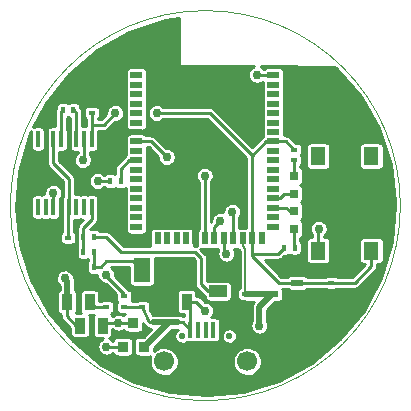
<source format=gtl>
G04 (created by PCBNEW (2013-07-07 BZR 4022)-stable) date 5/30/2015 6:27:29 PM*
%MOIN*%
G04 Gerber Fmt 3.4, Leading zero omitted, Abs format*
%FSLAX34Y34*%
G01*
G70*
G90*
G04 APERTURE LIST*
%ADD10C,0.00590551*%
%ADD11C,0.00393701*%
%ADD12R,0.051X0.061*%
%ADD13R,0.036X0.036*%
%ADD14R,0.035X0.055*%
%ADD15R,0.0157X0.0236*%
%ADD16R,0.0236X0.0157*%
%ADD17R,0.0314X0.0314*%
%ADD18R,0.0393701X0.023622*%
%ADD19R,0.023622X0.0393701*%
%ADD20R,0.015748X0.0531496*%
%ADD21C,0.0669291*%
%ADD22C,0.0216535*%
%ADD23R,0.0590551X0.0393701*%
%ADD24R,0.053937X0.0846457*%
%ADD25R,0.0394X0.0236*%
%ADD26R,0.0137795X0.0551181*%
%ADD27C,0.03*%
%ADD28C,0.01*%
%ADD29C,0.02*%
%ADD30C,0.008*%
G04 APERTURE END LIST*
G54D10*
G54D11*
X84500Y-52000D02*
G75*
G03X84500Y-52000I-6500J0D01*
G74*
G01*
G54D12*
X81765Y-53499D03*
X81765Y-50351D03*
X83535Y-50351D03*
X83535Y-53499D03*
G54D13*
X75950Y-56700D03*
X75250Y-56700D03*
X75600Y-55900D03*
G54D14*
X77375Y-55200D03*
X76625Y-55200D03*
X74575Y-56000D03*
X73825Y-56000D03*
X73395Y-55215D03*
X74145Y-55215D03*
G54D15*
X74291Y-53543D03*
X73937Y-53543D03*
G54D16*
X75300Y-55023D03*
X75300Y-55377D03*
G54D15*
X80977Y-53400D03*
X80623Y-53400D03*
G54D16*
X80950Y-50487D03*
X80950Y-50133D03*
X75900Y-55377D03*
X75900Y-55023D03*
X74700Y-55377D03*
X74700Y-55023D03*
G54D15*
X73937Y-53051D03*
X74291Y-53051D03*
G54D16*
X82200Y-54573D03*
X82200Y-54927D03*
G54D17*
X80950Y-51015D03*
X80950Y-51605D03*
X80960Y-52775D03*
X80960Y-52185D03*
G54D18*
X75702Y-46398D03*
X75702Y-46712D03*
X75702Y-47027D03*
X75702Y-47342D03*
X75702Y-47657D03*
X75702Y-47972D03*
X75702Y-48287D03*
X75702Y-48602D03*
X75702Y-48917D03*
X75702Y-49232D03*
X75702Y-49547D03*
X75702Y-49862D03*
X75702Y-50177D03*
X75702Y-50492D03*
X75702Y-50807D03*
X75702Y-51122D03*
X75702Y-51437D03*
X75702Y-51752D03*
X75702Y-52067D03*
X75702Y-52382D03*
X75702Y-52697D03*
G54D19*
X76095Y-53090D03*
X76410Y-53090D03*
X76725Y-53090D03*
X77040Y-53090D03*
X77355Y-53090D03*
X77670Y-53090D03*
X77985Y-53090D03*
X78300Y-53090D03*
X78615Y-53090D03*
X78930Y-53090D03*
X79245Y-53090D03*
X79560Y-53090D03*
X79875Y-53090D03*
G54D18*
X80268Y-52697D03*
X80268Y-52382D03*
X80268Y-52067D03*
X80268Y-51752D03*
X80268Y-51437D03*
X80268Y-51122D03*
X80268Y-50807D03*
X80268Y-50492D03*
X80268Y-50177D03*
X80268Y-49862D03*
X80268Y-49547D03*
X80268Y-49232D03*
X80268Y-48917D03*
X80268Y-48602D03*
X80268Y-48287D03*
X80268Y-47972D03*
X80268Y-47657D03*
G54D20*
X77500Y-56142D03*
X77756Y-56142D03*
X78012Y-56142D03*
X78267Y-56142D03*
X78523Y-56142D03*
G54D21*
X76624Y-57195D03*
X79399Y-57195D03*
G54D22*
X77224Y-56348D03*
X78799Y-56348D03*
G54D23*
X78430Y-54850D03*
X78430Y-54100D03*
G54D15*
X74291Y-54035D03*
X73937Y-54035D03*
G54D16*
X79330Y-54941D03*
X79330Y-55295D03*
G54D24*
X75885Y-54133D03*
X77263Y-54133D03*
G54D25*
X81066Y-55325D03*
X80234Y-54950D03*
X81066Y-54575D03*
G54D15*
X73602Y-48818D03*
X73248Y-48818D03*
G54D16*
X74212Y-48543D03*
X74212Y-48897D03*
X73425Y-53425D03*
X73425Y-53071D03*
G54D15*
X74823Y-51181D03*
X75177Y-51181D03*
G54D26*
X74212Y-49783D03*
X73960Y-49780D03*
X73700Y-49783D03*
X73444Y-49783D03*
X73188Y-49783D03*
X72933Y-49783D03*
X72677Y-49783D03*
X72421Y-49783D03*
X72421Y-52047D03*
X72677Y-52047D03*
X72933Y-52047D03*
X73188Y-52047D03*
X73444Y-52047D03*
X73700Y-52047D03*
X73956Y-52047D03*
X74212Y-52047D03*
G54D27*
X75000Y-48917D03*
X76377Y-48917D03*
X78700Y-53600D03*
X78000Y-55500D03*
X76710Y-50380D03*
X74690Y-54300D03*
X74700Y-56700D03*
X78500Y-52500D03*
X82825Y-54925D03*
X83125Y-52300D03*
X82450Y-51550D03*
X83125Y-51575D03*
X81225Y-56150D03*
X76890Y-48540D03*
X76905Y-47925D03*
X77445Y-48570D03*
X72933Y-51574D03*
X74409Y-51181D03*
X73917Y-50492D03*
X79724Y-47637D03*
X79800Y-56000D03*
X73326Y-54429D03*
X75100Y-55900D03*
X78900Y-52200D03*
X77975Y-51000D03*
X81775Y-52775D03*
G54D28*
X79560Y-50339D02*
X79560Y-50327D01*
X74606Y-49311D02*
X74212Y-49311D01*
X75000Y-48917D02*
X74606Y-49311D01*
X78149Y-48917D02*
X76377Y-48917D01*
X79560Y-50327D02*
X78149Y-48917D01*
X74212Y-48897D02*
X74212Y-49311D01*
X74212Y-49311D02*
X74212Y-49783D01*
X79560Y-53610D02*
X80413Y-53610D01*
X80413Y-53610D02*
X80623Y-53400D01*
X81066Y-54575D02*
X80455Y-54575D01*
X79560Y-53680D02*
X79560Y-53610D01*
X79560Y-53610D02*
X79560Y-53090D01*
X80455Y-54575D02*
X79560Y-53680D01*
X81066Y-54575D02*
X82198Y-54575D01*
X82198Y-54575D02*
X82200Y-54573D01*
X82200Y-54573D02*
X82977Y-54573D01*
X83535Y-54015D02*
X83535Y-53499D01*
X82977Y-54573D02*
X83535Y-54015D01*
X79560Y-53090D02*
X79560Y-50339D01*
X79560Y-50339D02*
X80037Y-49862D01*
X80037Y-49862D02*
X80268Y-49862D01*
X80950Y-50133D02*
X80950Y-50130D01*
X80682Y-49862D02*
X80268Y-49862D01*
X80950Y-50130D02*
X80682Y-49862D01*
X77375Y-55200D02*
X77700Y-55200D01*
X78615Y-53515D02*
X78615Y-53090D01*
X78700Y-53600D02*
X78615Y-53515D01*
X77700Y-55200D02*
X78000Y-55500D01*
G54D29*
X76064Y-56615D02*
X76798Y-55881D01*
X76798Y-55881D02*
X76900Y-55881D01*
X76060Y-56615D02*
X76064Y-56615D01*
X76900Y-55881D02*
X76241Y-55881D01*
G54D28*
X77099Y-55881D02*
X77239Y-55881D01*
G54D29*
X76900Y-55881D02*
X77099Y-55881D01*
G54D28*
X77239Y-55881D02*
X77500Y-56142D01*
X76241Y-55881D02*
X76134Y-55881D01*
X76134Y-55881D02*
X75900Y-55377D01*
X75950Y-56700D02*
X75835Y-56640D01*
X75835Y-56640D02*
X76060Y-56615D01*
X75900Y-55377D02*
X75307Y-55370D01*
X75307Y-55370D02*
X75300Y-55377D01*
X77500Y-56142D02*
X77500Y-55450D01*
X77500Y-55450D02*
X77375Y-55200D01*
X76710Y-50380D02*
X76192Y-49862D01*
X74690Y-54330D02*
X74690Y-54300D01*
X75300Y-55023D02*
X75292Y-54932D01*
X76192Y-49862D02*
X75702Y-49862D01*
X75292Y-54932D02*
X74690Y-54330D01*
X75250Y-56700D02*
X74700Y-56700D01*
X78500Y-52500D02*
X78300Y-52699D01*
X78300Y-52699D02*
X78300Y-53090D01*
X83125Y-52300D02*
X83125Y-51575D01*
X82823Y-54927D02*
X82825Y-54925D01*
X82200Y-54927D02*
X82823Y-54927D01*
X75702Y-47342D02*
X76322Y-47342D01*
X76890Y-48540D02*
X77415Y-48540D01*
X76905Y-48525D02*
X76890Y-48540D01*
X76322Y-47342D02*
X76905Y-47925D01*
X76905Y-47925D02*
X76905Y-48525D01*
X77415Y-48540D02*
X77445Y-48570D01*
X80950Y-51605D02*
X80635Y-51605D01*
X80487Y-51752D02*
X80268Y-51752D01*
X80635Y-51605D02*
X80487Y-51752D01*
X80950Y-50487D02*
X80950Y-51015D01*
X80960Y-52185D02*
X80815Y-52185D01*
X80697Y-52067D02*
X80268Y-52067D01*
X80815Y-52185D02*
X80697Y-52067D01*
X80960Y-52775D02*
X80960Y-53383D01*
X80960Y-53383D02*
X80977Y-53400D01*
X73248Y-48818D02*
X73228Y-48818D01*
X73188Y-48858D02*
X73188Y-49783D01*
X73228Y-48818D02*
X73188Y-48858D01*
X73602Y-48818D02*
X73622Y-48818D01*
X73700Y-48897D02*
X73700Y-49783D01*
X73622Y-48818D02*
X73700Y-48897D01*
X74291Y-53051D02*
X74704Y-53051D01*
X78078Y-54850D02*
X78430Y-54850D01*
X77854Y-54625D02*
X78078Y-54850D01*
X77854Y-53740D02*
X77854Y-54625D01*
X77657Y-53543D02*
X77854Y-53740D01*
X75196Y-53543D02*
X77657Y-53543D01*
X74704Y-53051D02*
X75196Y-53543D01*
X73937Y-53051D02*
X73937Y-53543D01*
X73937Y-53051D02*
X73937Y-52736D01*
X74212Y-52460D02*
X74212Y-52047D01*
X73937Y-52736D02*
X74212Y-52460D01*
X74291Y-54035D02*
X74507Y-54035D01*
X75590Y-53838D02*
X75885Y-54133D01*
X74704Y-53838D02*
X75590Y-53838D01*
X74507Y-54035D02*
X74704Y-53838D01*
X74291Y-53543D02*
X74291Y-54035D01*
X74823Y-51181D02*
X74409Y-51181D01*
X72933Y-51574D02*
X72933Y-52047D01*
X73425Y-53071D02*
X73425Y-52066D01*
X73425Y-52066D02*
X73444Y-52047D01*
X73444Y-52047D02*
X73444Y-51102D01*
X72933Y-50590D02*
X72933Y-49783D01*
X73444Y-51102D02*
X72933Y-50590D01*
X74700Y-55377D02*
X74307Y-55377D01*
X74307Y-55377D02*
X74145Y-55215D01*
X80268Y-47657D02*
X79744Y-47657D01*
X73960Y-50449D02*
X73960Y-49780D01*
X73917Y-50492D02*
X73960Y-50449D01*
X79744Y-47657D02*
X79724Y-47637D01*
X75702Y-50492D02*
X75458Y-50492D01*
X75177Y-50774D02*
X75177Y-51181D01*
X75458Y-50492D02*
X75177Y-50774D01*
G54D30*
X79330Y-54941D02*
X79330Y-53444D01*
X79245Y-53359D02*
X79245Y-53090D01*
X79330Y-53444D02*
X79245Y-53359D01*
G54D29*
X80234Y-54950D02*
X79339Y-54950D01*
X79339Y-54950D02*
X79330Y-54941D01*
X80232Y-54952D02*
X79800Y-55384D01*
X79800Y-55384D02*
X79800Y-56000D01*
X73395Y-54497D02*
X73395Y-55215D01*
X73326Y-54429D02*
X73395Y-54497D01*
G54D28*
X73825Y-56000D02*
X73700Y-56000D01*
X73700Y-56000D02*
X73395Y-55695D01*
X73395Y-55695D02*
X73395Y-55215D01*
X75100Y-55900D02*
X74675Y-55900D01*
X74675Y-55900D02*
X74575Y-56000D01*
X78930Y-53090D02*
X78930Y-52230D01*
X78900Y-52200D02*
X78930Y-52230D01*
X75600Y-55900D02*
X75100Y-55900D01*
X81765Y-53499D02*
X81765Y-52785D01*
X77985Y-51010D02*
X77985Y-53090D01*
X77975Y-51000D02*
X77985Y-51010D01*
X81765Y-52785D02*
X81775Y-52775D01*
G54D10*
G36*
X84330Y-51992D02*
X84208Y-53229D01*
X83851Y-54411D01*
X83271Y-55502D01*
X82491Y-56459D01*
X81539Y-57247D01*
X80452Y-57834D01*
X79884Y-58010D01*
X79884Y-57147D01*
X79866Y-57054D01*
X79829Y-56966D01*
X79777Y-56887D01*
X79710Y-56820D01*
X79631Y-56766D01*
X79543Y-56730D01*
X79450Y-56711D01*
X79355Y-56710D01*
X79262Y-56728D01*
X79174Y-56763D01*
X79094Y-56815D01*
X79057Y-56852D01*
X79057Y-56323D01*
X79047Y-56273D01*
X79028Y-56227D01*
X79000Y-56184D01*
X78964Y-56148D01*
X78922Y-56120D01*
X78875Y-56100D01*
X78826Y-56090D01*
X78775Y-56090D01*
X78725Y-56099D01*
X78678Y-56118D01*
X78636Y-56146D01*
X78600Y-56182D01*
X78571Y-56223D01*
X78551Y-56270D01*
X78541Y-56319D01*
X78540Y-56370D01*
X78549Y-56420D01*
X78568Y-56467D01*
X78595Y-56510D01*
X78630Y-56546D01*
X78672Y-56575D01*
X78718Y-56595D01*
X78768Y-56606D01*
X78818Y-56607D01*
X78868Y-56598D01*
X78916Y-56580D01*
X78958Y-56553D01*
X78995Y-56518D01*
X79024Y-56477D01*
X79045Y-56430D01*
X79056Y-56381D01*
X79057Y-56323D01*
X79057Y-56852D01*
X79026Y-56882D01*
X78973Y-56960D01*
X78935Y-57048D01*
X78915Y-57141D01*
X78914Y-57236D01*
X78931Y-57329D01*
X78966Y-57417D01*
X79018Y-57497D01*
X79084Y-57566D01*
X79162Y-57620D01*
X79249Y-57658D01*
X79342Y-57678D01*
X79437Y-57680D01*
X79530Y-57664D01*
X79619Y-57630D01*
X79699Y-57579D01*
X79768Y-57513D01*
X79823Y-57435D01*
X79861Y-57349D01*
X79882Y-57256D01*
X79884Y-57147D01*
X79884Y-58010D01*
X79272Y-58200D01*
X78044Y-58329D01*
X76813Y-58217D01*
X75628Y-57868D01*
X74534Y-57296D01*
X73571Y-56522D01*
X72777Y-55575D01*
X72182Y-54493D01*
X71808Y-53315D01*
X71671Y-52088D01*
X71774Y-50857D01*
X72114Y-49669D01*
X72202Y-49499D01*
X72202Y-49521D01*
X72202Y-50073D01*
X72208Y-50102D01*
X72219Y-50129D01*
X72235Y-50154D01*
X72256Y-50175D01*
X72280Y-50191D01*
X72307Y-50203D01*
X72336Y-50208D01*
X72366Y-50209D01*
X72504Y-50209D01*
X72533Y-50203D01*
X72560Y-50192D01*
X72585Y-50175D01*
X72606Y-50155D01*
X72622Y-50130D01*
X72634Y-50103D01*
X72640Y-50074D01*
X72640Y-50045D01*
X72640Y-49493D01*
X72634Y-49464D01*
X72623Y-49437D01*
X72606Y-49412D01*
X72586Y-49391D01*
X72561Y-49375D01*
X72534Y-49363D01*
X72505Y-49357D01*
X72476Y-49357D01*
X72337Y-49357D01*
X72308Y-49363D01*
X72281Y-49374D01*
X72258Y-49389D01*
X72679Y-48571D01*
X73446Y-47603D01*
X74387Y-46802D01*
X75465Y-46199D01*
X76640Y-45818D01*
X77115Y-45761D01*
X77115Y-47354D01*
X79610Y-47360D01*
X79584Y-47370D01*
X79535Y-47402D01*
X79493Y-47444D01*
X79460Y-47492D01*
X79437Y-47546D01*
X79424Y-47604D01*
X79424Y-47663D01*
X79434Y-47720D01*
X79456Y-47775D01*
X79488Y-47825D01*
X79529Y-47867D01*
X79577Y-47900D01*
X79631Y-47924D01*
X79688Y-47937D01*
X79747Y-47938D01*
X79805Y-47928D01*
X79860Y-47906D01*
X79910Y-47875D01*
X79922Y-47863D01*
X79921Y-47868D01*
X79922Y-48105D01*
X79926Y-48130D01*
X79922Y-48153D01*
X79921Y-48183D01*
X79922Y-48420D01*
X79926Y-48445D01*
X79922Y-48468D01*
X79921Y-48498D01*
X79922Y-48735D01*
X79926Y-48760D01*
X79922Y-48783D01*
X79921Y-48813D01*
X79922Y-49050D01*
X79926Y-49075D01*
X79922Y-49098D01*
X79921Y-49128D01*
X79922Y-49365D01*
X79926Y-49390D01*
X79922Y-49413D01*
X79921Y-49443D01*
X79922Y-49680D01*
X79925Y-49697D01*
X79912Y-49707D01*
X79898Y-49719D01*
X79896Y-49720D01*
X79896Y-49720D01*
X79896Y-49720D01*
X79896Y-49721D01*
X79566Y-50051D01*
X78291Y-48775D01*
X78276Y-48764D01*
X78262Y-48752D01*
X78261Y-48751D01*
X78260Y-48751D01*
X78244Y-48742D01*
X78228Y-48733D01*
X78227Y-48733D01*
X78226Y-48732D01*
X78208Y-48727D01*
X78191Y-48721D01*
X78190Y-48721D01*
X78189Y-48721D01*
X78170Y-48719D01*
X78152Y-48717D01*
X78150Y-48717D01*
X78150Y-48717D01*
X78150Y-48717D01*
X78149Y-48717D01*
X76602Y-48717D01*
X76570Y-48685D01*
X76521Y-48652D01*
X76467Y-48629D01*
X76409Y-48617D01*
X76350Y-48617D01*
X76292Y-48628D01*
X76238Y-48650D01*
X76189Y-48682D01*
X76147Y-48723D01*
X76113Y-48772D01*
X76090Y-48826D01*
X76078Y-48883D01*
X76077Y-48942D01*
X76088Y-49000D01*
X76109Y-49055D01*
X76141Y-49104D01*
X76182Y-49146D01*
X76230Y-49180D01*
X76284Y-49204D01*
X76342Y-49216D01*
X76401Y-49217D01*
X76459Y-49207D01*
X76513Y-49186D01*
X76563Y-49154D01*
X76602Y-49117D01*
X78066Y-49117D01*
X79360Y-50410D01*
X79360Y-52744D01*
X79349Y-52743D01*
X79130Y-52744D01*
X79130Y-52393D01*
X79162Y-52348D01*
X79186Y-52295D01*
X79199Y-52237D01*
X79200Y-52170D01*
X79188Y-52112D01*
X79166Y-52058D01*
X79133Y-52009D01*
X79092Y-51967D01*
X79043Y-51934D01*
X78989Y-51912D01*
X78931Y-51900D01*
X78872Y-51899D01*
X78814Y-51910D01*
X78760Y-51932D01*
X78711Y-51965D01*
X78669Y-52006D01*
X78635Y-52054D01*
X78612Y-52108D01*
X78600Y-52166D01*
X78599Y-52216D01*
X78589Y-52212D01*
X78531Y-52200D01*
X78472Y-52199D01*
X78414Y-52210D01*
X78360Y-52232D01*
X78311Y-52265D01*
X78269Y-52306D01*
X78235Y-52354D01*
X78212Y-52408D01*
X78200Y-52466D01*
X78199Y-52517D01*
X78185Y-52531D01*
X78185Y-51213D01*
X78203Y-51196D01*
X78237Y-51148D01*
X78261Y-51095D01*
X78274Y-51037D01*
X78275Y-50970D01*
X78263Y-50912D01*
X78241Y-50858D01*
X78208Y-50809D01*
X78167Y-50767D01*
X78118Y-50734D01*
X78064Y-50712D01*
X78006Y-50700D01*
X77947Y-50699D01*
X77889Y-50710D01*
X77835Y-50732D01*
X77786Y-50765D01*
X77744Y-50806D01*
X77710Y-50854D01*
X77687Y-50908D01*
X77675Y-50966D01*
X77674Y-51025D01*
X77685Y-51083D01*
X77706Y-51137D01*
X77738Y-51187D01*
X77779Y-51229D01*
X77785Y-51233D01*
X77785Y-52768D01*
X77772Y-52777D01*
X77751Y-52797D01*
X77734Y-52822D01*
X77723Y-52849D01*
X77717Y-52878D01*
X77717Y-52907D01*
X77717Y-53302D01*
X77723Y-53331D01*
X77734Y-53358D01*
X77734Y-53358D01*
X77734Y-53358D01*
X77716Y-53353D01*
X77699Y-53347D01*
X77698Y-53347D01*
X77697Y-53347D01*
X77678Y-53345D01*
X77660Y-53343D01*
X77658Y-53343D01*
X77658Y-53343D01*
X77658Y-53343D01*
X77657Y-53343D01*
X77613Y-53343D01*
X77617Y-53332D01*
X77623Y-53303D01*
X77623Y-53274D01*
X77623Y-52879D01*
X77617Y-52850D01*
X77606Y-52823D01*
X77590Y-52798D01*
X77569Y-52777D01*
X77545Y-52761D01*
X77518Y-52750D01*
X77489Y-52744D01*
X77459Y-52743D01*
X77222Y-52744D01*
X77197Y-52748D01*
X77174Y-52744D01*
X77145Y-52743D01*
X77010Y-52744D01*
X77010Y-50350D01*
X76998Y-50292D01*
X76976Y-50238D01*
X76943Y-50189D01*
X76902Y-50147D01*
X76853Y-50114D01*
X76799Y-50092D01*
X76741Y-50080D01*
X76692Y-50079D01*
X76333Y-49721D01*
X76319Y-49709D01*
X76305Y-49697D01*
X76304Y-49697D01*
X76303Y-49696D01*
X76287Y-49687D01*
X76271Y-49678D01*
X76270Y-49678D01*
X76269Y-49677D01*
X76251Y-49672D01*
X76234Y-49666D01*
X76233Y-49666D01*
X76232Y-49666D01*
X76213Y-49664D01*
X76195Y-49662D01*
X76193Y-49662D01*
X76193Y-49662D01*
X76193Y-49662D01*
X76192Y-49662D01*
X76048Y-49662D01*
X76048Y-49337D01*
X76048Y-49099D01*
X76043Y-49074D01*
X76048Y-49051D01*
X76048Y-49022D01*
X76048Y-48784D01*
X76043Y-48760D01*
X76048Y-48736D01*
X76048Y-48707D01*
X76048Y-48469D01*
X76043Y-48445D01*
X76048Y-48421D01*
X76048Y-48392D01*
X76048Y-48154D01*
X76043Y-48130D01*
X76048Y-48106D01*
X76048Y-48077D01*
X76048Y-47839D01*
X76043Y-47815D01*
X76048Y-47791D01*
X76048Y-47762D01*
X76048Y-47525D01*
X76043Y-47496D01*
X76031Y-47468D01*
X76015Y-47444D01*
X75994Y-47423D01*
X75970Y-47407D01*
X75943Y-47395D01*
X75914Y-47389D01*
X75885Y-47389D01*
X75490Y-47389D01*
X75461Y-47395D01*
X75434Y-47406D01*
X75409Y-47422D01*
X75389Y-47443D01*
X75372Y-47468D01*
X75361Y-47495D01*
X75355Y-47523D01*
X75355Y-47553D01*
X75355Y-47790D01*
X75360Y-47815D01*
X75355Y-47838D01*
X75355Y-47868D01*
X75355Y-48105D01*
X75360Y-48130D01*
X75355Y-48153D01*
X75355Y-48183D01*
X75355Y-48420D01*
X75360Y-48445D01*
X75355Y-48468D01*
X75355Y-48498D01*
X75355Y-48735D01*
X75360Y-48760D01*
X75355Y-48783D01*
X75355Y-48813D01*
X75355Y-49050D01*
X75360Y-49075D01*
X75355Y-49098D01*
X75355Y-49128D01*
X75355Y-49365D01*
X75360Y-49394D01*
X75372Y-49421D01*
X75388Y-49446D01*
X75409Y-49466D01*
X75433Y-49483D01*
X75460Y-49494D01*
X75489Y-49500D01*
X75518Y-49500D01*
X75913Y-49500D01*
X75942Y-49495D01*
X75969Y-49483D01*
X75994Y-49467D01*
X76014Y-49446D01*
X76031Y-49422D01*
X76042Y-49395D01*
X76048Y-49366D01*
X76048Y-49337D01*
X76048Y-49662D01*
X76024Y-49662D01*
X76015Y-49649D01*
X75994Y-49628D01*
X75970Y-49611D01*
X75943Y-49600D01*
X75914Y-49594D01*
X75885Y-49594D01*
X75490Y-49594D01*
X75461Y-49600D01*
X75434Y-49611D01*
X75409Y-49627D01*
X75389Y-49648D01*
X75372Y-49672D01*
X75361Y-49699D01*
X75355Y-49728D01*
X75355Y-49758D01*
X75355Y-49995D01*
X75360Y-50020D01*
X75355Y-50043D01*
X75355Y-50073D01*
X75355Y-50310D01*
X75357Y-50320D01*
X75349Y-50324D01*
X75348Y-50325D01*
X75347Y-50325D01*
X75333Y-50337D01*
X75319Y-50349D01*
X75317Y-50350D01*
X75317Y-50350D01*
X75317Y-50350D01*
X75317Y-50351D01*
X75035Y-50632D01*
X75023Y-50646D01*
X75011Y-50661D01*
X75011Y-50661D01*
X75010Y-50662D01*
X75002Y-50679D01*
X74993Y-50695D01*
X74992Y-50696D01*
X74992Y-50697D01*
X74986Y-50714D01*
X74981Y-50732D01*
X74981Y-50733D01*
X74980Y-50734D01*
X74979Y-50752D01*
X74977Y-50771D01*
X74977Y-50773D01*
X74977Y-50773D01*
X74977Y-50773D01*
X74977Y-50774D01*
X74977Y-50933D01*
X74973Y-50930D01*
X74946Y-50919D01*
X74917Y-50913D01*
X74887Y-50912D01*
X74729Y-50913D01*
X74700Y-50918D01*
X74673Y-50930D01*
X74649Y-50946D01*
X74628Y-50967D01*
X74624Y-50972D01*
X74601Y-50948D01*
X74552Y-50915D01*
X74498Y-50893D01*
X74440Y-50881D01*
X74382Y-50880D01*
X74324Y-50891D01*
X74269Y-50913D01*
X74220Y-50946D01*
X74178Y-50987D01*
X74145Y-51035D01*
X74122Y-51089D01*
X74109Y-51147D01*
X74109Y-51206D01*
X74119Y-51264D01*
X74141Y-51318D01*
X74173Y-51368D01*
X74214Y-51410D01*
X74262Y-51444D01*
X74316Y-51467D01*
X74373Y-51480D01*
X74432Y-51481D01*
X74490Y-51471D01*
X74545Y-51450D01*
X74595Y-51418D01*
X74624Y-51390D01*
X74627Y-51394D01*
X74648Y-51415D01*
X74672Y-51431D01*
X74699Y-51443D01*
X74728Y-51449D01*
X74758Y-51449D01*
X74916Y-51449D01*
X74945Y-51443D01*
X74972Y-51432D01*
X74996Y-51415D01*
X74999Y-51412D01*
X75002Y-51415D01*
X75026Y-51431D01*
X75053Y-51443D01*
X75082Y-51449D01*
X75112Y-51449D01*
X75270Y-51449D01*
X75299Y-51443D01*
X75326Y-51432D01*
X75350Y-51415D01*
X75355Y-51411D01*
X75355Y-51570D01*
X75360Y-51595D01*
X75355Y-51618D01*
X75355Y-51647D01*
X75355Y-51885D01*
X75360Y-51909D01*
X75355Y-51933D01*
X75355Y-51962D01*
X75355Y-52200D01*
X75360Y-52224D01*
X75355Y-52248D01*
X75355Y-52277D01*
X75355Y-52515D01*
X75360Y-52539D01*
X75355Y-52563D01*
X75355Y-52592D01*
X75355Y-52830D01*
X75360Y-52858D01*
X75372Y-52886D01*
X75388Y-52910D01*
X75409Y-52931D01*
X75433Y-52947D01*
X75460Y-52959D01*
X75489Y-52965D01*
X75518Y-52965D01*
X75913Y-52965D01*
X75942Y-52959D01*
X75969Y-52948D01*
X75994Y-52932D01*
X76014Y-52911D01*
X76031Y-52887D01*
X76042Y-52859D01*
X76048Y-52831D01*
X76048Y-52801D01*
X76048Y-52564D01*
X76043Y-52539D01*
X76048Y-52516D01*
X76048Y-52486D01*
X76048Y-52249D01*
X76043Y-52224D01*
X76048Y-52201D01*
X76048Y-52171D01*
X76048Y-51934D01*
X76043Y-51909D01*
X76048Y-51886D01*
X76048Y-51856D01*
X76048Y-51619D01*
X76043Y-51594D01*
X76048Y-51571D01*
X76048Y-51541D01*
X76048Y-51304D01*
X76043Y-51279D01*
X76048Y-51256D01*
X76048Y-51226D01*
X76048Y-50989D01*
X76043Y-50964D01*
X76048Y-50941D01*
X76048Y-50911D01*
X76048Y-50674D01*
X76043Y-50649D01*
X76048Y-50626D01*
X76048Y-50596D01*
X76048Y-50359D01*
X76043Y-50334D01*
X76048Y-50311D01*
X76048Y-50281D01*
X76048Y-50062D01*
X76109Y-50062D01*
X76410Y-50363D01*
X76409Y-50405D01*
X76420Y-50463D01*
X76441Y-50517D01*
X76473Y-50567D01*
X76514Y-50609D01*
X76562Y-50643D01*
X76616Y-50666D01*
X76674Y-50679D01*
X76733Y-50680D01*
X76791Y-50670D01*
X76845Y-50649D01*
X76895Y-50617D01*
X76938Y-50576D01*
X76972Y-50528D01*
X76996Y-50475D01*
X77009Y-50417D01*
X77010Y-50350D01*
X77010Y-52744D01*
X76907Y-52744D01*
X76882Y-52748D01*
X76859Y-52744D01*
X76830Y-52743D01*
X76592Y-52744D01*
X76567Y-52748D01*
X76544Y-52744D01*
X76515Y-52743D01*
X76277Y-52744D01*
X76248Y-52749D01*
X76221Y-52760D01*
X76197Y-52777D01*
X76176Y-52797D01*
X76159Y-52822D01*
X76148Y-52849D01*
X76142Y-52878D01*
X76142Y-52907D01*
X76142Y-53302D01*
X76148Y-53331D01*
X76153Y-53343D01*
X75279Y-53343D01*
X74846Y-52909D01*
X74831Y-52898D01*
X74817Y-52886D01*
X74816Y-52885D01*
X74815Y-52884D01*
X74799Y-52876D01*
X74783Y-52867D01*
X74782Y-52867D01*
X74781Y-52866D01*
X74763Y-52861D01*
X74746Y-52855D01*
X74745Y-52855D01*
X74744Y-52855D01*
X74725Y-52853D01*
X74707Y-52851D01*
X74705Y-52851D01*
X74705Y-52851D01*
X74705Y-52851D01*
X74704Y-52851D01*
X74495Y-52851D01*
X74486Y-52837D01*
X74465Y-52817D01*
X74441Y-52800D01*
X74414Y-52789D01*
X74385Y-52783D01*
X74356Y-52783D01*
X74197Y-52783D01*
X74169Y-52788D01*
X74165Y-52790D01*
X74354Y-52602D01*
X74365Y-52587D01*
X74377Y-52573D01*
X74378Y-52572D01*
X74378Y-52571D01*
X74387Y-52555D01*
X74396Y-52539D01*
X74396Y-52538D01*
X74397Y-52537D01*
X74402Y-52519D01*
X74408Y-52502D01*
X74408Y-52501D01*
X74408Y-52500D01*
X74410Y-52481D01*
X74412Y-52463D01*
X74412Y-52461D01*
X74412Y-52461D01*
X74412Y-52461D01*
X74412Y-52460D01*
X74412Y-52396D01*
X74414Y-52394D01*
X74425Y-52367D01*
X74431Y-52338D01*
X74431Y-52309D01*
X74431Y-51756D01*
X74425Y-51728D01*
X74414Y-51700D01*
X74398Y-51676D01*
X74377Y-51655D01*
X74353Y-51639D01*
X74326Y-51627D01*
X74297Y-51621D01*
X74267Y-51621D01*
X74128Y-51621D01*
X74100Y-51627D01*
X74084Y-51633D01*
X74070Y-51627D01*
X74041Y-51621D01*
X74011Y-51621D01*
X73873Y-51621D01*
X73844Y-51627D01*
X73828Y-51633D01*
X73814Y-51627D01*
X73785Y-51621D01*
X73756Y-51621D01*
X73644Y-51621D01*
X73644Y-51102D01*
X73643Y-51083D01*
X73641Y-51065D01*
X73641Y-51064D01*
X73641Y-51063D01*
X73635Y-51045D01*
X73630Y-51028D01*
X73630Y-51027D01*
X73629Y-51026D01*
X73621Y-51009D01*
X73612Y-50993D01*
X73611Y-50992D01*
X73611Y-50991D01*
X73599Y-50977D01*
X73588Y-50962D01*
X73586Y-50961D01*
X73586Y-50961D01*
X73586Y-50961D01*
X73586Y-50960D01*
X73133Y-50507D01*
X73133Y-50209D01*
X73133Y-50209D01*
X73272Y-50209D01*
X73301Y-50203D01*
X73328Y-50192D01*
X73353Y-50175D01*
X73374Y-50155D01*
X73390Y-50130D01*
X73401Y-50103D01*
X73407Y-50074D01*
X73407Y-50045D01*
X73407Y-49493D01*
X73402Y-49464D01*
X73390Y-49437D01*
X73388Y-49434D01*
X73388Y-49073D01*
X73397Y-49069D01*
X73421Y-49053D01*
X73425Y-49050D01*
X73427Y-49053D01*
X73452Y-49069D01*
X73479Y-49080D01*
X73500Y-49085D01*
X73500Y-49433D01*
X73499Y-49436D01*
X73487Y-49463D01*
X73481Y-49492D01*
X73481Y-49521D01*
X73481Y-50073D01*
X73487Y-50102D01*
X73498Y-50129D01*
X73515Y-50154D01*
X73535Y-50175D01*
X73560Y-50191D01*
X73587Y-50203D01*
X73616Y-50208D01*
X73645Y-50209D01*
X73760Y-50209D01*
X73760Y-50236D01*
X73728Y-50257D01*
X73686Y-50298D01*
X73653Y-50346D01*
X73629Y-50400D01*
X73617Y-50458D01*
X73616Y-50517D01*
X73627Y-50575D01*
X73649Y-50629D01*
X73681Y-50679D01*
X73721Y-50721D01*
X73770Y-50755D01*
X73824Y-50778D01*
X73881Y-50791D01*
X73940Y-50792D01*
X73998Y-50782D01*
X74053Y-50761D01*
X74102Y-50729D01*
X74145Y-50689D01*
X74179Y-50641D01*
X74203Y-50587D01*
X74216Y-50529D01*
X74217Y-50462D01*
X74205Y-50404D01*
X74183Y-50350D01*
X74160Y-50315D01*
X74160Y-50209D01*
X74296Y-50209D01*
X74325Y-50203D01*
X74352Y-50192D01*
X74376Y-50175D01*
X74397Y-50155D01*
X74414Y-50130D01*
X74425Y-50103D01*
X74431Y-50074D01*
X74431Y-50045D01*
X74431Y-49511D01*
X74606Y-49511D01*
X74624Y-49509D01*
X74643Y-49507D01*
X74644Y-49507D01*
X74645Y-49507D01*
X74662Y-49501D01*
X74680Y-49496D01*
X74681Y-49496D01*
X74682Y-49495D01*
X74698Y-49487D01*
X74715Y-49478D01*
X74716Y-49478D01*
X74716Y-49477D01*
X74731Y-49465D01*
X74745Y-49454D01*
X74747Y-49452D01*
X74747Y-49452D01*
X74747Y-49452D01*
X74747Y-49452D01*
X74983Y-49217D01*
X75023Y-49217D01*
X75081Y-49207D01*
X75135Y-49186D01*
X75185Y-49154D01*
X75228Y-49114D01*
X75262Y-49066D01*
X75286Y-49012D01*
X75299Y-48955D01*
X75300Y-48887D01*
X75288Y-48830D01*
X75266Y-48775D01*
X75233Y-48726D01*
X75192Y-48685D01*
X75143Y-48652D01*
X75089Y-48629D01*
X75031Y-48617D01*
X74972Y-48617D01*
X74914Y-48628D01*
X74860Y-48650D01*
X74811Y-48682D01*
X74769Y-48723D01*
X74735Y-48772D01*
X74712Y-48826D01*
X74700Y-48883D01*
X74699Y-48934D01*
X74523Y-49111D01*
X74412Y-49111D01*
X74412Y-49101D01*
X74425Y-49092D01*
X74446Y-49072D01*
X74463Y-49047D01*
X74474Y-49020D01*
X74480Y-48991D01*
X74480Y-48962D01*
X74480Y-48804D01*
X74474Y-48775D01*
X74463Y-48748D01*
X74447Y-48723D01*
X74426Y-48702D01*
X74402Y-48686D01*
X74375Y-48674D01*
X74346Y-48669D01*
X74316Y-48668D01*
X74079Y-48668D01*
X74051Y-48674D01*
X74023Y-48685D01*
X73999Y-48702D01*
X73978Y-48722D01*
X73962Y-48747D01*
X73950Y-48774D01*
X73944Y-48803D01*
X73944Y-48832D01*
X73944Y-48990D01*
X73950Y-49019D01*
X73961Y-49046D01*
X73977Y-49071D01*
X73998Y-49092D01*
X74012Y-49101D01*
X74012Y-49311D01*
X74012Y-49354D01*
X73900Y-49354D01*
X73900Y-48897D01*
X73898Y-48879D01*
X73897Y-48860D01*
X73897Y-48859D01*
X73896Y-48858D01*
X73891Y-48841D01*
X73886Y-48823D01*
X73886Y-48822D01*
X73885Y-48821D01*
X73877Y-48805D01*
X73868Y-48788D01*
X73867Y-48787D01*
X73867Y-48786D01*
X73855Y-48772D01*
X73844Y-48758D01*
X73842Y-48756D01*
X73842Y-48756D01*
X73842Y-48756D01*
X73842Y-48756D01*
X73830Y-48744D01*
X73830Y-48686D01*
X73824Y-48657D01*
X73813Y-48630D01*
X73797Y-48605D01*
X73776Y-48584D01*
X73752Y-48568D01*
X73725Y-48556D01*
X73696Y-48550D01*
X73667Y-48550D01*
X73508Y-48550D01*
X73480Y-48556D01*
X73452Y-48567D01*
X73428Y-48584D01*
X73425Y-48587D01*
X73422Y-48584D01*
X73398Y-48568D01*
X73371Y-48556D01*
X73342Y-48550D01*
X73313Y-48550D01*
X73154Y-48550D01*
X73126Y-48556D01*
X73098Y-48567D01*
X73074Y-48584D01*
X73053Y-48604D01*
X73037Y-48629D01*
X73025Y-48656D01*
X73019Y-48685D01*
X73019Y-48714D01*
X73019Y-48752D01*
X73014Y-48763D01*
X73005Y-48779D01*
X73004Y-48780D01*
X73004Y-48781D01*
X72998Y-48799D01*
X72993Y-48816D01*
X72993Y-48817D01*
X72992Y-48818D01*
X72991Y-48837D01*
X72988Y-48855D01*
X72988Y-48857D01*
X72988Y-48857D01*
X72988Y-48857D01*
X72988Y-48858D01*
X72988Y-49357D01*
X72988Y-49357D01*
X72849Y-49357D01*
X72820Y-49363D01*
X72793Y-49374D01*
X72768Y-49391D01*
X72748Y-49411D01*
X72731Y-49436D01*
X72720Y-49463D01*
X72714Y-49492D01*
X72714Y-49521D01*
X72714Y-50073D01*
X72719Y-50102D01*
X72731Y-50129D01*
X72733Y-50132D01*
X72733Y-50590D01*
X72734Y-50608D01*
X72736Y-50627D01*
X72736Y-50628D01*
X72736Y-50629D01*
X72742Y-50647D01*
X72747Y-50664D01*
X72747Y-50665D01*
X72748Y-50666D01*
X72756Y-50683D01*
X72765Y-50699D01*
X72765Y-50700D01*
X72766Y-50701D01*
X72778Y-50715D01*
X72789Y-50729D01*
X72791Y-50731D01*
X72791Y-50731D01*
X72791Y-50731D01*
X72791Y-50731D01*
X73244Y-51185D01*
X73244Y-51697D01*
X73243Y-51699D01*
X73233Y-51724D01*
X73233Y-51545D01*
X73221Y-51487D01*
X73199Y-51433D01*
X73166Y-51384D01*
X73125Y-51342D01*
X73076Y-51309D01*
X73022Y-51286D01*
X72964Y-51275D01*
X72905Y-51274D01*
X72847Y-51285D01*
X72793Y-51307D01*
X72744Y-51339D01*
X72702Y-51381D01*
X72668Y-51429D01*
X72645Y-51483D01*
X72633Y-51541D01*
X72632Y-51600D01*
X72636Y-51621D01*
X72593Y-51621D01*
X72564Y-51627D01*
X72549Y-51633D01*
X72534Y-51627D01*
X72505Y-51621D01*
X72476Y-51621D01*
X72337Y-51621D01*
X72308Y-51627D01*
X72281Y-51638D01*
X72257Y-51654D01*
X72236Y-51675D01*
X72219Y-51699D01*
X72208Y-51727D01*
X72202Y-51755D01*
X72202Y-51785D01*
X72202Y-52337D01*
X72208Y-52366D01*
X72219Y-52393D01*
X72235Y-52418D01*
X72256Y-52438D01*
X72280Y-52455D01*
X72307Y-52466D01*
X72336Y-52472D01*
X72366Y-52472D01*
X72504Y-52472D01*
X72533Y-52467D01*
X72549Y-52460D01*
X72563Y-52466D01*
X72592Y-52472D01*
X72621Y-52472D01*
X72760Y-52472D01*
X72789Y-52467D01*
X72805Y-52460D01*
X72819Y-52466D01*
X72848Y-52472D01*
X72877Y-52472D01*
X73016Y-52472D01*
X73045Y-52467D01*
X73072Y-52455D01*
X73097Y-52439D01*
X73118Y-52418D01*
X73134Y-52394D01*
X73145Y-52367D01*
X73151Y-52338D01*
X73152Y-52309D01*
X73151Y-51780D01*
X73161Y-51771D01*
X73195Y-51723D01*
X73219Y-51669D01*
X73232Y-51612D01*
X73233Y-51545D01*
X73233Y-51724D01*
X73231Y-51727D01*
X73226Y-51755D01*
X73225Y-51785D01*
X73225Y-52057D01*
X73225Y-52064D01*
X73225Y-52066D01*
X73225Y-52066D01*
X73225Y-52066D01*
X73225Y-52066D01*
X73225Y-52866D01*
X73211Y-52875D01*
X73191Y-52896D01*
X73174Y-52920D01*
X73163Y-52947D01*
X73157Y-52976D01*
X73157Y-53006D01*
X73157Y-53164D01*
X73162Y-53193D01*
X73174Y-53220D01*
X73190Y-53244D01*
X73211Y-53265D01*
X73235Y-53282D01*
X73262Y-53293D01*
X73291Y-53299D01*
X73320Y-53299D01*
X73557Y-53299D01*
X73586Y-53293D01*
X73613Y-53282D01*
X73638Y-53266D01*
X73659Y-53245D01*
X73675Y-53221D01*
X73687Y-53194D01*
X73693Y-53165D01*
X73693Y-53135D01*
X73693Y-52977D01*
X73687Y-52948D01*
X73676Y-52921D01*
X73660Y-52897D01*
X73639Y-52876D01*
X73625Y-52866D01*
X73625Y-52472D01*
X73645Y-52472D01*
X73784Y-52472D01*
X73813Y-52467D01*
X73828Y-52460D01*
X73843Y-52466D01*
X73872Y-52472D01*
X73901Y-52472D01*
X73917Y-52472D01*
X73795Y-52594D01*
X73784Y-52608D01*
X73772Y-52623D01*
X73771Y-52623D01*
X73770Y-52624D01*
X73762Y-52641D01*
X73753Y-52657D01*
X73753Y-52658D01*
X73752Y-52659D01*
X73747Y-52676D01*
X73741Y-52694D01*
X73741Y-52695D01*
X73741Y-52696D01*
X73739Y-52714D01*
X73737Y-52733D01*
X73737Y-52735D01*
X73737Y-52735D01*
X73737Y-52735D01*
X73737Y-52736D01*
X73737Y-52845D01*
X73726Y-52861D01*
X73714Y-52888D01*
X73708Y-52917D01*
X73708Y-52946D01*
X73708Y-53183D01*
X73714Y-53212D01*
X73725Y-53239D01*
X73737Y-53257D01*
X73737Y-53337D01*
X73726Y-53353D01*
X73714Y-53380D01*
X73708Y-53409D01*
X73708Y-53438D01*
X73708Y-53676D01*
X73714Y-53704D01*
X73725Y-53732D01*
X73741Y-53756D01*
X73762Y-53777D01*
X73786Y-53793D01*
X73814Y-53805D01*
X73842Y-53811D01*
X73872Y-53811D01*
X74030Y-53811D01*
X74059Y-53805D01*
X74086Y-53794D01*
X74091Y-53791D01*
X74091Y-53829D01*
X74080Y-53845D01*
X74068Y-53872D01*
X74062Y-53901D01*
X74062Y-53931D01*
X74062Y-54168D01*
X74068Y-54196D01*
X74079Y-54224D01*
X74095Y-54248D01*
X74116Y-54269D01*
X74140Y-54286D01*
X74168Y-54297D01*
X74196Y-54303D01*
X74226Y-54303D01*
X74384Y-54303D01*
X74389Y-54302D01*
X74389Y-54325D01*
X74400Y-54383D01*
X74421Y-54437D01*
X74453Y-54487D01*
X74494Y-54529D01*
X74542Y-54563D01*
X74596Y-54586D01*
X74654Y-54599D01*
X74676Y-54599D01*
X75031Y-54954D01*
X75031Y-54958D01*
X75031Y-55116D01*
X75037Y-55145D01*
X75048Y-55172D01*
X75065Y-55196D01*
X75068Y-55199D01*
X75065Y-55202D01*
X75049Y-55226D01*
X75038Y-55253D01*
X75032Y-55282D01*
X75031Y-55312D01*
X75031Y-55470D01*
X75037Y-55499D01*
X75048Y-55526D01*
X75065Y-55550D01*
X75085Y-55571D01*
X75110Y-55588D01*
X75137Y-55599D01*
X75166Y-55605D01*
X75195Y-55605D01*
X75322Y-55605D01*
X75303Y-55623D01*
X75287Y-55648D01*
X75282Y-55660D01*
X75243Y-55634D01*
X75189Y-55612D01*
X75131Y-55600D01*
X75072Y-55599D01*
X75014Y-55610D01*
X74960Y-55632D01*
X74911Y-55665D01*
X74894Y-55681D01*
X74894Y-55681D01*
X74883Y-55654D01*
X74866Y-55629D01*
X74846Y-55608D01*
X74839Y-55604D01*
X74861Y-55599D01*
X74888Y-55588D01*
X74913Y-55572D01*
X74934Y-55551D01*
X74950Y-55527D01*
X74961Y-55500D01*
X74967Y-55471D01*
X74968Y-55441D01*
X74968Y-55283D01*
X74962Y-55254D01*
X74951Y-55227D01*
X74934Y-55203D01*
X74914Y-55182D01*
X74889Y-55165D01*
X74862Y-55154D01*
X74833Y-55148D01*
X74804Y-55148D01*
X74567Y-55148D01*
X74538Y-55154D01*
X74511Y-55165D01*
X74493Y-55177D01*
X74470Y-55177D01*
X74470Y-54925D01*
X74464Y-54896D01*
X74453Y-54869D01*
X74436Y-54844D01*
X74416Y-54823D01*
X74391Y-54807D01*
X74364Y-54796D01*
X74335Y-54790D01*
X74306Y-54789D01*
X73955Y-54789D01*
X73926Y-54795D01*
X73899Y-54806D01*
X73874Y-54823D01*
X73853Y-54843D01*
X73837Y-54868D01*
X73826Y-54895D01*
X73820Y-54924D01*
X73819Y-54953D01*
X73819Y-55504D01*
X73825Y-55533D01*
X73836Y-55560D01*
X73846Y-55574D01*
X73693Y-55574D01*
X73702Y-55561D01*
X73713Y-55534D01*
X73719Y-55505D01*
X73720Y-55476D01*
X73720Y-54925D01*
X73714Y-54896D01*
X73703Y-54869D01*
X73686Y-54844D01*
X73666Y-54823D01*
X73645Y-54809D01*
X73645Y-54497D01*
X73642Y-54474D01*
X73640Y-54451D01*
X73640Y-54450D01*
X73640Y-54448D01*
X73633Y-54426D01*
X73627Y-54404D01*
X73626Y-54403D01*
X73626Y-54399D01*
X73615Y-54342D01*
X73592Y-54287D01*
X73560Y-54238D01*
X73518Y-54196D01*
X73470Y-54163D01*
X73415Y-54141D01*
X73358Y-54129D01*
X73299Y-54128D01*
X73241Y-54139D01*
X73187Y-54161D01*
X73137Y-54194D01*
X73095Y-54235D01*
X73062Y-54283D01*
X73039Y-54337D01*
X73027Y-54395D01*
X73026Y-54454D01*
X73036Y-54512D01*
X73058Y-54566D01*
X73090Y-54616D01*
X73131Y-54658D01*
X73145Y-54668D01*
X73145Y-54809D01*
X73124Y-54823D01*
X73103Y-54843D01*
X73087Y-54868D01*
X73076Y-54895D01*
X73070Y-54924D01*
X73069Y-54953D01*
X73069Y-55504D01*
X73075Y-55533D01*
X73086Y-55560D01*
X73103Y-55585D01*
X73123Y-55606D01*
X73148Y-55622D01*
X73175Y-55633D01*
X73195Y-55638D01*
X73195Y-55695D01*
X73196Y-55713D01*
X73198Y-55731D01*
X73198Y-55732D01*
X73198Y-55733D01*
X73204Y-55751D01*
X73209Y-55769D01*
X73209Y-55770D01*
X73210Y-55771D01*
X73218Y-55787D01*
X73227Y-55803D01*
X73227Y-55804D01*
X73228Y-55805D01*
X73240Y-55820D01*
X73251Y-55834D01*
X73253Y-55835D01*
X73253Y-55835D01*
X73253Y-55835D01*
X73253Y-55836D01*
X73499Y-56082D01*
X73499Y-56289D01*
X73505Y-56318D01*
X73516Y-56345D01*
X73533Y-56370D01*
X73553Y-56391D01*
X73578Y-56407D01*
X73605Y-56418D01*
X73634Y-56424D01*
X73663Y-56425D01*
X74014Y-56425D01*
X74043Y-56419D01*
X74070Y-56408D01*
X74095Y-56391D01*
X74116Y-56371D01*
X74132Y-56346D01*
X74143Y-56319D01*
X74149Y-56290D01*
X74150Y-56261D01*
X74150Y-55710D01*
X74144Y-55681D01*
X74133Y-55654D01*
X74123Y-55640D01*
X74276Y-55640D01*
X74267Y-55653D01*
X74256Y-55680D01*
X74250Y-55709D01*
X74249Y-55738D01*
X74249Y-56289D01*
X74255Y-56318D01*
X74266Y-56345D01*
X74283Y-56370D01*
X74303Y-56391D01*
X74328Y-56407D01*
X74355Y-56418D01*
X74384Y-56424D01*
X74413Y-56425D01*
X74579Y-56425D01*
X74560Y-56432D01*
X74511Y-56465D01*
X74469Y-56506D01*
X74435Y-56554D01*
X74412Y-56608D01*
X74400Y-56666D01*
X74399Y-56725D01*
X74410Y-56783D01*
X74431Y-56837D01*
X74463Y-56887D01*
X74504Y-56929D01*
X74552Y-56963D01*
X74606Y-56986D01*
X74664Y-56999D01*
X74723Y-57000D01*
X74781Y-56990D01*
X74835Y-56969D01*
X74885Y-56937D01*
X74921Y-56903D01*
X74925Y-56923D01*
X74936Y-56950D01*
X74953Y-56975D01*
X74973Y-56996D01*
X74998Y-57012D01*
X75025Y-57023D01*
X75054Y-57029D01*
X75083Y-57030D01*
X75444Y-57030D01*
X75473Y-57024D01*
X75500Y-57013D01*
X75525Y-56996D01*
X75546Y-56976D01*
X75562Y-56951D01*
X75573Y-56924D01*
X75579Y-56895D01*
X75580Y-56866D01*
X75580Y-56505D01*
X75574Y-56476D01*
X75563Y-56449D01*
X75546Y-56424D01*
X75526Y-56403D01*
X75501Y-56387D01*
X75474Y-56376D01*
X75445Y-56370D01*
X75416Y-56369D01*
X75055Y-56369D01*
X75026Y-56375D01*
X74999Y-56386D01*
X74974Y-56403D01*
X74953Y-56423D01*
X74937Y-56448D01*
X74926Y-56475D01*
X74921Y-56497D01*
X74892Y-56467D01*
X74843Y-56434D01*
X74800Y-56416D01*
X74820Y-56408D01*
X74845Y-56391D01*
X74866Y-56371D01*
X74882Y-56346D01*
X74893Y-56319D01*
X74899Y-56290D01*
X74900Y-56261D01*
X74900Y-56124D01*
X74904Y-56129D01*
X74952Y-56163D01*
X75006Y-56186D01*
X75064Y-56199D01*
X75123Y-56200D01*
X75181Y-56190D01*
X75235Y-56169D01*
X75282Y-56139D01*
X75286Y-56150D01*
X75303Y-56175D01*
X75323Y-56196D01*
X75348Y-56212D01*
X75375Y-56223D01*
X75404Y-56229D01*
X75433Y-56230D01*
X75794Y-56230D01*
X75823Y-56224D01*
X75850Y-56213D01*
X75875Y-56196D01*
X75896Y-56176D01*
X75912Y-56151D01*
X75923Y-56124D01*
X75929Y-56095D01*
X75930Y-56066D01*
X75930Y-55916D01*
X75952Y-55965D01*
X75960Y-55978D01*
X75966Y-55990D01*
X75969Y-55994D01*
X75972Y-55998D01*
X75982Y-56010D01*
X75991Y-56020D01*
X75994Y-56023D01*
X75998Y-56028D01*
X76010Y-56037D01*
X76021Y-56046D01*
X76025Y-56048D01*
X76029Y-56051D01*
X76043Y-56058D01*
X76055Y-56064D01*
X76059Y-56066D01*
X76064Y-56068D01*
X76079Y-56072D01*
X76083Y-56073D01*
X76099Y-56087D01*
X76142Y-56110D01*
X76189Y-56125D01*
X76198Y-56126D01*
X75955Y-56369D01*
X75755Y-56369D01*
X75726Y-56375D01*
X75699Y-56386D01*
X75674Y-56403D01*
X75653Y-56423D01*
X75637Y-56448D01*
X75626Y-56475D01*
X75620Y-56504D01*
X75619Y-56533D01*
X75619Y-56894D01*
X75625Y-56923D01*
X75636Y-56950D01*
X75653Y-56975D01*
X75673Y-56996D01*
X75698Y-57012D01*
X75725Y-57023D01*
X75754Y-57029D01*
X75783Y-57030D01*
X76144Y-57030D01*
X76169Y-57025D01*
X76160Y-57048D01*
X76140Y-57141D01*
X76138Y-57236D01*
X76156Y-57329D01*
X76191Y-57417D01*
X76242Y-57497D01*
X76308Y-57566D01*
X76386Y-57620D01*
X76473Y-57658D01*
X76566Y-57678D01*
X76661Y-57680D01*
X76755Y-57664D01*
X76843Y-57630D01*
X76924Y-57579D01*
X76992Y-57513D01*
X77047Y-57435D01*
X77086Y-57349D01*
X77107Y-57256D01*
X77108Y-57147D01*
X77090Y-57054D01*
X77054Y-56966D01*
X77001Y-56887D01*
X76934Y-56820D01*
X76855Y-56766D01*
X76768Y-56730D01*
X76675Y-56711D01*
X76580Y-56710D01*
X76486Y-56728D01*
X76398Y-56763D01*
X76319Y-56815D01*
X76280Y-56853D01*
X76280Y-56752D01*
X76901Y-56131D01*
X77085Y-56131D01*
X77061Y-56146D01*
X77025Y-56182D01*
X76997Y-56223D01*
X76977Y-56270D01*
X76966Y-56319D01*
X76965Y-56370D01*
X76975Y-56420D01*
X76993Y-56467D01*
X77021Y-56510D01*
X77056Y-56546D01*
X77097Y-56575D01*
X77144Y-56595D01*
X77193Y-56606D01*
X77244Y-56607D01*
X77294Y-56598D01*
X77341Y-56580D01*
X77384Y-56553D01*
X77405Y-56557D01*
X77435Y-56558D01*
X77593Y-56557D01*
X77622Y-56552D01*
X77628Y-56549D01*
X77632Y-56551D01*
X77661Y-56557D01*
X77691Y-56558D01*
X77849Y-56557D01*
X77878Y-56552D01*
X77883Y-56549D01*
X77888Y-56551D01*
X77917Y-56557D01*
X77946Y-56558D01*
X78105Y-56557D01*
X78134Y-56552D01*
X78139Y-56549D01*
X78144Y-56551D01*
X78173Y-56557D01*
X78202Y-56558D01*
X78361Y-56557D01*
X78390Y-56552D01*
X78417Y-56541D01*
X78441Y-56524D01*
X78462Y-56503D01*
X78479Y-56479D01*
X78490Y-56452D01*
X78496Y-56423D01*
X78496Y-56394D01*
X78496Y-55861D01*
X78490Y-55832D01*
X78479Y-55805D01*
X78463Y-55781D01*
X78442Y-55760D01*
X78418Y-55743D01*
X78391Y-55732D01*
X78362Y-55726D01*
X78332Y-55726D01*
X78197Y-55726D01*
X78228Y-55696D01*
X78262Y-55648D01*
X78286Y-55595D01*
X78299Y-55537D01*
X78300Y-55470D01*
X78288Y-55412D01*
X78266Y-55358D01*
X78233Y-55309D01*
X78192Y-55267D01*
X78143Y-55234D01*
X78089Y-55212D01*
X78031Y-55200D01*
X77982Y-55199D01*
X77841Y-55058D01*
X77827Y-55046D01*
X77812Y-55034D01*
X77812Y-55034D01*
X77811Y-55033D01*
X77794Y-55025D01*
X77778Y-55016D01*
X77777Y-55015D01*
X77776Y-55015D01*
X77759Y-55009D01*
X77741Y-55004D01*
X77740Y-55004D01*
X77739Y-55003D01*
X77721Y-55002D01*
X77702Y-55000D01*
X77700Y-55000D01*
X77700Y-55000D01*
X77700Y-55000D01*
X77700Y-55000D01*
X77700Y-54910D01*
X77694Y-54881D01*
X77683Y-54854D01*
X77666Y-54829D01*
X77646Y-54808D01*
X77621Y-54792D01*
X77594Y-54781D01*
X77565Y-54775D01*
X77536Y-54774D01*
X77185Y-54774D01*
X77156Y-54780D01*
X77129Y-54791D01*
X77104Y-54808D01*
X77083Y-54828D01*
X77067Y-54853D01*
X77056Y-54880D01*
X77050Y-54909D01*
X77049Y-54938D01*
X77049Y-55489D01*
X77055Y-55518D01*
X77066Y-55545D01*
X77083Y-55570D01*
X77103Y-55591D01*
X77128Y-55607D01*
X77155Y-55618D01*
X77184Y-55624D01*
X77213Y-55625D01*
X77300Y-55625D01*
X77300Y-55691D01*
X77298Y-55690D01*
X77280Y-55685D01*
X77279Y-55685D01*
X77278Y-55684D01*
X77260Y-55683D01*
X77248Y-55681D01*
X77240Y-55674D01*
X77197Y-55651D01*
X77150Y-55636D01*
X77102Y-55631D01*
X77099Y-55631D01*
X76900Y-55631D01*
X76798Y-55631D01*
X76241Y-55631D01*
X76238Y-55631D01*
X76166Y-55476D01*
X76167Y-55471D01*
X76168Y-55441D01*
X76168Y-55283D01*
X76162Y-55254D01*
X76151Y-55227D01*
X76134Y-55203D01*
X76114Y-55182D01*
X76089Y-55165D01*
X76062Y-55154D01*
X76033Y-55148D01*
X76004Y-55148D01*
X75767Y-55148D01*
X75738Y-55154D01*
X75711Y-55165D01*
X75697Y-55174D01*
X75550Y-55172D01*
X75561Y-55146D01*
X75567Y-55117D01*
X75568Y-55087D01*
X75568Y-54929D01*
X75562Y-54900D01*
X75551Y-54873D01*
X75534Y-54849D01*
X75514Y-54828D01*
X75489Y-54811D01*
X75462Y-54800D01*
X75437Y-54795D01*
X75435Y-54792D01*
X75433Y-54790D01*
X74987Y-54344D01*
X74989Y-54337D01*
X74990Y-54270D01*
X74978Y-54212D01*
X74956Y-54158D01*
X74923Y-54109D01*
X74882Y-54067D01*
X74838Y-54038D01*
X75466Y-54038D01*
X75466Y-54571D01*
X75471Y-54600D01*
X75483Y-54627D01*
X75499Y-54652D01*
X75520Y-54673D01*
X75544Y-54689D01*
X75571Y-54701D01*
X75600Y-54706D01*
X75629Y-54707D01*
X76170Y-54707D01*
X76199Y-54701D01*
X76226Y-54690D01*
X76250Y-54673D01*
X76271Y-54653D01*
X76288Y-54628D01*
X76299Y-54601D01*
X76305Y-54572D01*
X76305Y-54543D01*
X76305Y-53743D01*
X77574Y-53743D01*
X77654Y-53823D01*
X77654Y-54625D01*
X77656Y-54644D01*
X77657Y-54662D01*
X77658Y-54663D01*
X77658Y-54664D01*
X77663Y-54682D01*
X77668Y-54700D01*
X77669Y-54701D01*
X77669Y-54702D01*
X77678Y-54718D01*
X77686Y-54734D01*
X77687Y-54735D01*
X77687Y-54736D01*
X77699Y-54750D01*
X77710Y-54765D01*
X77712Y-54766D01*
X77712Y-54766D01*
X77712Y-54766D01*
X77712Y-54767D01*
X77936Y-54991D01*
X77951Y-55003D01*
X77965Y-55015D01*
X77966Y-55015D01*
X77967Y-55016D01*
X77983Y-55024D01*
X77984Y-55025D01*
X77984Y-55061D01*
X77990Y-55090D01*
X78001Y-55117D01*
X78017Y-55142D01*
X78038Y-55162D01*
X78063Y-55179D01*
X78090Y-55190D01*
X78118Y-55196D01*
X78148Y-55196D01*
X78739Y-55196D01*
X78768Y-55191D01*
X78796Y-55179D01*
X78820Y-55163D01*
X78841Y-55142D01*
X78857Y-55118D01*
X78869Y-55091D01*
X78875Y-55062D01*
X78875Y-55033D01*
X78875Y-54638D01*
X78869Y-54609D01*
X78858Y-54582D01*
X78842Y-54557D01*
X78821Y-54537D01*
X78796Y-54520D01*
X78769Y-54509D01*
X78741Y-54503D01*
X78711Y-54503D01*
X78120Y-54503D01*
X78091Y-54508D01*
X78063Y-54520D01*
X78054Y-54526D01*
X78054Y-53740D01*
X78052Y-53721D01*
X78050Y-53703D01*
X78050Y-53702D01*
X78050Y-53701D01*
X78045Y-53683D01*
X78040Y-53665D01*
X78039Y-53664D01*
X78039Y-53663D01*
X78030Y-53647D01*
X78022Y-53631D01*
X78021Y-53630D01*
X78020Y-53629D01*
X78009Y-53615D01*
X77997Y-53600D01*
X77996Y-53599D01*
X77996Y-53599D01*
X77996Y-53599D01*
X77995Y-53598D01*
X77830Y-53433D01*
X77851Y-53437D01*
X77881Y-53437D01*
X78118Y-53437D01*
X78143Y-53432D01*
X78166Y-53437D01*
X78195Y-53437D01*
X78415Y-53437D01*
X78415Y-53502D01*
X78412Y-53508D01*
X78400Y-53566D01*
X78399Y-53625D01*
X78410Y-53683D01*
X78431Y-53737D01*
X78463Y-53787D01*
X78504Y-53829D01*
X78552Y-53863D01*
X78606Y-53886D01*
X78664Y-53899D01*
X78723Y-53900D01*
X78781Y-53890D01*
X78835Y-53869D01*
X78885Y-53837D01*
X78928Y-53796D01*
X78962Y-53748D01*
X78986Y-53695D01*
X78999Y-53637D01*
X79000Y-53570D01*
X78988Y-53512D01*
X78966Y-53458D01*
X78952Y-53437D01*
X79063Y-53437D01*
X79071Y-53436D01*
X79077Y-53447D01*
X79085Y-53462D01*
X79086Y-53463D01*
X79087Y-53464D01*
X79098Y-53478D01*
X79109Y-53491D01*
X79110Y-53493D01*
X79110Y-53493D01*
X79110Y-53493D01*
X79110Y-53493D01*
X79140Y-53523D01*
X79140Y-54730D01*
X79117Y-54745D01*
X79096Y-54766D01*
X79080Y-54790D01*
X79068Y-54818D01*
X79062Y-54846D01*
X79062Y-54876D01*
X79062Y-55034D01*
X79068Y-55063D01*
X79079Y-55090D01*
X79095Y-55114D01*
X79116Y-55135D01*
X79141Y-55152D01*
X79168Y-55163D01*
X79196Y-55169D01*
X79222Y-55169D01*
X79241Y-55179D01*
X79242Y-55180D01*
X79243Y-55180D01*
X79265Y-55187D01*
X79287Y-55194D01*
X79288Y-55194D01*
X79290Y-55195D01*
X79313Y-55197D01*
X79336Y-55199D01*
X79338Y-55199D01*
X79338Y-55199D01*
X79338Y-55199D01*
X79339Y-55200D01*
X79630Y-55200D01*
X79623Y-55207D01*
X79608Y-55225D01*
X79593Y-55242D01*
X79593Y-55243D01*
X79592Y-55244D01*
X79581Y-55265D01*
X79570Y-55285D01*
X79569Y-55286D01*
X79569Y-55287D01*
X79562Y-55310D01*
X79555Y-55332D01*
X79555Y-55333D01*
X79554Y-55334D01*
X79552Y-55357D01*
X79550Y-55380D01*
X79550Y-55383D01*
X79550Y-55383D01*
X79550Y-55383D01*
X79550Y-55384D01*
X79550Y-55834D01*
X79535Y-55854D01*
X79512Y-55908D01*
X79500Y-55966D01*
X79499Y-56025D01*
X79510Y-56083D01*
X79531Y-56137D01*
X79563Y-56187D01*
X79604Y-56229D01*
X79652Y-56263D01*
X79706Y-56286D01*
X79764Y-56299D01*
X79823Y-56300D01*
X79881Y-56290D01*
X79935Y-56269D01*
X79985Y-56237D01*
X80028Y-56196D01*
X80062Y-56148D01*
X80086Y-56095D01*
X80099Y-56037D01*
X80100Y-55970D01*
X80088Y-55912D01*
X80066Y-55858D01*
X80050Y-55834D01*
X80050Y-55487D01*
X80319Y-55218D01*
X80445Y-55218D01*
X80474Y-55212D01*
X80501Y-55201D01*
X80526Y-55184D01*
X80547Y-55164D01*
X80563Y-55139D01*
X80574Y-55112D01*
X80580Y-55083D01*
X80581Y-55054D01*
X80581Y-54817D01*
X80575Y-54788D01*
X80569Y-54775D01*
X80743Y-54775D01*
X80752Y-54788D01*
X80772Y-54809D01*
X80797Y-54825D01*
X80824Y-54836D01*
X80853Y-54842D01*
X80882Y-54843D01*
X81277Y-54843D01*
X81306Y-54837D01*
X81333Y-54826D01*
X81358Y-54809D01*
X81379Y-54789D01*
X81388Y-54775D01*
X81996Y-54775D01*
X82010Y-54784D01*
X82037Y-54795D01*
X82066Y-54801D01*
X82095Y-54801D01*
X82332Y-54801D01*
X82361Y-54795D01*
X82388Y-54784D01*
X82406Y-54773D01*
X82977Y-54773D01*
X82995Y-54771D01*
X83013Y-54769D01*
X83014Y-54769D01*
X83015Y-54769D01*
X83033Y-54763D01*
X83051Y-54758D01*
X83052Y-54758D01*
X83053Y-54757D01*
X83069Y-54749D01*
X83085Y-54740D01*
X83086Y-54740D01*
X83087Y-54739D01*
X83102Y-54727D01*
X83116Y-54716D01*
X83117Y-54714D01*
X83117Y-54714D01*
X83117Y-54714D01*
X83118Y-54714D01*
X83676Y-54156D01*
X83688Y-54142D01*
X83700Y-54127D01*
X83700Y-54127D01*
X83701Y-54126D01*
X83709Y-54109D01*
X83718Y-54093D01*
X83719Y-54092D01*
X83719Y-54091D01*
X83725Y-54074D01*
X83730Y-54056D01*
X83730Y-54055D01*
X83731Y-54054D01*
X83732Y-54036D01*
X83734Y-54017D01*
X83734Y-54015D01*
X83734Y-54015D01*
X83734Y-54015D01*
X83735Y-54015D01*
X83735Y-53954D01*
X83804Y-53954D01*
X83833Y-53948D01*
X83860Y-53937D01*
X83885Y-53920D01*
X83906Y-53900D01*
X83922Y-53875D01*
X83933Y-53848D01*
X83939Y-53819D01*
X83940Y-53790D01*
X83940Y-50642D01*
X83940Y-50031D01*
X83934Y-50002D01*
X83923Y-49975D01*
X83906Y-49950D01*
X83886Y-49929D01*
X83861Y-49913D01*
X83834Y-49902D01*
X83805Y-49896D01*
X83776Y-49895D01*
X83265Y-49895D01*
X83236Y-49901D01*
X83209Y-49912D01*
X83184Y-49929D01*
X83163Y-49949D01*
X83147Y-49974D01*
X83136Y-50001D01*
X83130Y-50030D01*
X83129Y-50059D01*
X83129Y-50670D01*
X83135Y-50699D01*
X83146Y-50726D01*
X83163Y-50751D01*
X83183Y-50772D01*
X83208Y-50788D01*
X83235Y-50799D01*
X83264Y-50805D01*
X83293Y-50806D01*
X83804Y-50806D01*
X83833Y-50800D01*
X83860Y-50789D01*
X83885Y-50772D01*
X83906Y-50752D01*
X83922Y-50727D01*
X83933Y-50700D01*
X83939Y-50671D01*
X83940Y-50642D01*
X83940Y-53790D01*
X83940Y-53179D01*
X83934Y-53150D01*
X83923Y-53123D01*
X83906Y-53098D01*
X83886Y-53077D01*
X83861Y-53061D01*
X83834Y-53050D01*
X83805Y-53044D01*
X83776Y-53043D01*
X83265Y-53043D01*
X83236Y-53049D01*
X83209Y-53060D01*
X83184Y-53077D01*
X83163Y-53097D01*
X83147Y-53122D01*
X83136Y-53149D01*
X83130Y-53178D01*
X83129Y-53207D01*
X83129Y-53818D01*
X83135Y-53847D01*
X83146Y-53874D01*
X83163Y-53899D01*
X83183Y-53920D01*
X83208Y-53936D01*
X83235Y-53947D01*
X83264Y-53953D01*
X83293Y-53954D01*
X83313Y-53954D01*
X82894Y-54373D01*
X82406Y-54373D01*
X82389Y-54361D01*
X82362Y-54350D01*
X82333Y-54344D01*
X82304Y-54344D01*
X82170Y-54344D01*
X82170Y-53790D01*
X82170Y-50642D01*
X82170Y-50031D01*
X82164Y-50002D01*
X82153Y-49975D01*
X82136Y-49950D01*
X82116Y-49929D01*
X82091Y-49913D01*
X82064Y-49902D01*
X82035Y-49896D01*
X82006Y-49895D01*
X81495Y-49895D01*
X81466Y-49901D01*
X81439Y-49912D01*
X81414Y-49929D01*
X81393Y-49949D01*
X81377Y-49974D01*
X81366Y-50001D01*
X81360Y-50030D01*
X81359Y-50059D01*
X81359Y-50670D01*
X81365Y-50699D01*
X81376Y-50726D01*
X81393Y-50751D01*
X81413Y-50772D01*
X81438Y-50788D01*
X81465Y-50799D01*
X81494Y-50805D01*
X81523Y-50806D01*
X82034Y-50806D01*
X82063Y-50800D01*
X82090Y-50789D01*
X82115Y-50772D01*
X82136Y-50752D01*
X82152Y-50727D01*
X82163Y-50700D01*
X82169Y-50671D01*
X82170Y-50642D01*
X82170Y-53790D01*
X82170Y-53179D01*
X82164Y-53150D01*
X82153Y-53123D01*
X82136Y-53098D01*
X82116Y-53077D01*
X82091Y-53061D01*
X82064Y-53050D01*
X82035Y-53044D01*
X82006Y-53043D01*
X81965Y-53043D01*
X81965Y-53008D01*
X82003Y-52971D01*
X82037Y-52923D01*
X82061Y-52870D01*
X82074Y-52812D01*
X82075Y-52745D01*
X82063Y-52687D01*
X82041Y-52633D01*
X82008Y-52584D01*
X81967Y-52542D01*
X81918Y-52509D01*
X81864Y-52487D01*
X81806Y-52475D01*
X81747Y-52474D01*
X81689Y-52485D01*
X81635Y-52507D01*
X81586Y-52540D01*
X81544Y-52581D01*
X81510Y-52629D01*
X81487Y-52683D01*
X81475Y-52741D01*
X81474Y-52800D01*
X81485Y-52858D01*
X81506Y-52912D01*
X81538Y-52962D01*
X81565Y-52989D01*
X81565Y-53043D01*
X81495Y-53043D01*
X81466Y-53049D01*
X81439Y-53060D01*
X81414Y-53077D01*
X81393Y-53097D01*
X81377Y-53122D01*
X81366Y-53149D01*
X81360Y-53178D01*
X81359Y-53207D01*
X81359Y-53818D01*
X81365Y-53847D01*
X81376Y-53874D01*
X81393Y-53899D01*
X81413Y-53920D01*
X81438Y-53936D01*
X81465Y-53947D01*
X81494Y-53953D01*
X81523Y-53954D01*
X82034Y-53954D01*
X82063Y-53948D01*
X82090Y-53937D01*
X82115Y-53920D01*
X82136Y-53900D01*
X82152Y-53875D01*
X82163Y-53848D01*
X82169Y-53819D01*
X82170Y-53790D01*
X82170Y-54344D01*
X82067Y-54344D01*
X82038Y-54350D01*
X82011Y-54361D01*
X81990Y-54375D01*
X81388Y-54375D01*
X81379Y-54361D01*
X81359Y-54340D01*
X81334Y-54324D01*
X81307Y-54313D01*
X81278Y-54307D01*
X81249Y-54306D01*
X80854Y-54306D01*
X80825Y-54312D01*
X80798Y-54323D01*
X80773Y-54340D01*
X80752Y-54360D01*
X80743Y-54375D01*
X80537Y-54375D01*
X79972Y-53810D01*
X80413Y-53810D01*
X80431Y-53808D01*
X80449Y-53806D01*
X80450Y-53806D01*
X80451Y-53806D01*
X80469Y-53800D01*
X80487Y-53795D01*
X80488Y-53795D01*
X80489Y-53794D01*
X80505Y-53786D01*
X80521Y-53777D01*
X80522Y-53777D01*
X80523Y-53776D01*
X80538Y-53764D01*
X80552Y-53753D01*
X80553Y-53751D01*
X80553Y-53751D01*
X80553Y-53751D01*
X80554Y-53751D01*
X80637Y-53668D01*
X80716Y-53668D01*
X80745Y-53662D01*
X80772Y-53651D01*
X80796Y-53634D01*
X80799Y-53631D01*
X80802Y-53634D01*
X80826Y-53650D01*
X80853Y-53661D01*
X80882Y-53667D01*
X80912Y-53668D01*
X81070Y-53668D01*
X81099Y-53662D01*
X81126Y-53651D01*
X81150Y-53634D01*
X81171Y-53614D01*
X81188Y-53589D01*
X81199Y-53562D01*
X81205Y-53533D01*
X81205Y-53504D01*
X81205Y-53267D01*
X81199Y-53238D01*
X81188Y-53211D01*
X81172Y-53186D01*
X81160Y-53174D01*
X81160Y-53076D01*
X81160Y-53076D01*
X81187Y-53065D01*
X81212Y-53048D01*
X81233Y-53028D01*
X81249Y-53003D01*
X81260Y-52976D01*
X81266Y-52947D01*
X81267Y-52918D01*
X81267Y-52603D01*
X81261Y-52574D01*
X81250Y-52547D01*
X81233Y-52522D01*
X81213Y-52501D01*
X81188Y-52485D01*
X81175Y-52480D01*
X81187Y-52475D01*
X81212Y-52458D01*
X81233Y-52438D01*
X81249Y-52413D01*
X81260Y-52386D01*
X81266Y-52357D01*
X81267Y-52328D01*
X81267Y-52013D01*
X81261Y-51984D01*
X81250Y-51957D01*
X81233Y-51932D01*
X81213Y-51911D01*
X81188Y-51895D01*
X81181Y-51892D01*
X81202Y-51878D01*
X81223Y-51858D01*
X81239Y-51833D01*
X81250Y-51806D01*
X81256Y-51777D01*
X81257Y-51748D01*
X81257Y-51433D01*
X81251Y-51404D01*
X81240Y-51377D01*
X81223Y-51352D01*
X81203Y-51331D01*
X81178Y-51315D01*
X81165Y-51310D01*
X81177Y-51305D01*
X81202Y-51288D01*
X81223Y-51268D01*
X81239Y-51243D01*
X81250Y-51216D01*
X81256Y-51187D01*
X81257Y-51158D01*
X81257Y-50843D01*
X81251Y-50814D01*
X81240Y-50787D01*
X81223Y-50762D01*
X81203Y-50741D01*
X81178Y-50725D01*
X81151Y-50714D01*
X81150Y-50713D01*
X81150Y-50691D01*
X81163Y-50682D01*
X81184Y-50661D01*
X81200Y-50637D01*
X81211Y-50610D01*
X81217Y-50581D01*
X81218Y-50551D01*
X81218Y-50393D01*
X81212Y-50364D01*
X81201Y-50337D01*
X81184Y-50313D01*
X81181Y-50310D01*
X81184Y-50307D01*
X81200Y-50283D01*
X81211Y-50256D01*
X81217Y-50227D01*
X81218Y-50197D01*
X81218Y-50039D01*
X81212Y-50010D01*
X81201Y-49983D01*
X81184Y-49959D01*
X81164Y-49938D01*
X81139Y-49921D01*
X81112Y-49910D01*
X81083Y-49904D01*
X81054Y-49904D01*
X81007Y-49904D01*
X80823Y-49721D01*
X80809Y-49709D01*
X80795Y-49697D01*
X80794Y-49697D01*
X80793Y-49696D01*
X80777Y-49687D01*
X80761Y-49678D01*
X80760Y-49678D01*
X80759Y-49677D01*
X80741Y-49672D01*
X80724Y-49666D01*
X80723Y-49666D01*
X80722Y-49666D01*
X80703Y-49664D01*
X80685Y-49662D01*
X80683Y-49662D01*
X80683Y-49662D01*
X80683Y-49662D01*
X80682Y-49662D01*
X80615Y-49662D01*
X80615Y-49652D01*
X80615Y-49414D01*
X80610Y-49389D01*
X80615Y-49366D01*
X80615Y-49337D01*
X80615Y-49099D01*
X80610Y-49074D01*
X80615Y-49051D01*
X80615Y-49022D01*
X80615Y-48784D01*
X80610Y-48760D01*
X80615Y-48736D01*
X80615Y-48707D01*
X80615Y-48469D01*
X80610Y-48445D01*
X80615Y-48421D01*
X80615Y-48392D01*
X80615Y-48154D01*
X80610Y-48130D01*
X80615Y-48106D01*
X80615Y-48077D01*
X80615Y-47839D01*
X80610Y-47815D01*
X80615Y-47791D01*
X80615Y-47762D01*
X80615Y-47525D01*
X80610Y-47496D01*
X80598Y-47468D01*
X80582Y-47444D01*
X80561Y-47423D01*
X80537Y-47407D01*
X80510Y-47395D01*
X80481Y-47389D01*
X80452Y-47389D01*
X80057Y-47389D01*
X80028Y-47395D01*
X80001Y-47406D01*
X79976Y-47422D01*
X79955Y-47443D01*
X79955Y-47444D01*
X79916Y-47405D01*
X79867Y-47372D01*
X79839Y-47360D01*
X82300Y-47366D01*
X82364Y-47416D01*
X83172Y-48351D01*
X83782Y-49425D01*
X84172Y-50597D01*
X84327Y-51830D01*
X84330Y-51992D01*
X84330Y-51992D01*
G37*
G54D28*
X84330Y-51992D02*
X84208Y-53229D01*
X83851Y-54411D01*
X83271Y-55502D01*
X82491Y-56459D01*
X81539Y-57247D01*
X80452Y-57834D01*
X79884Y-58010D01*
X79884Y-57147D01*
X79866Y-57054D01*
X79829Y-56966D01*
X79777Y-56887D01*
X79710Y-56820D01*
X79631Y-56766D01*
X79543Y-56730D01*
X79450Y-56711D01*
X79355Y-56710D01*
X79262Y-56728D01*
X79174Y-56763D01*
X79094Y-56815D01*
X79057Y-56852D01*
X79057Y-56323D01*
X79047Y-56273D01*
X79028Y-56227D01*
X79000Y-56184D01*
X78964Y-56148D01*
X78922Y-56120D01*
X78875Y-56100D01*
X78826Y-56090D01*
X78775Y-56090D01*
X78725Y-56099D01*
X78678Y-56118D01*
X78636Y-56146D01*
X78600Y-56182D01*
X78571Y-56223D01*
X78551Y-56270D01*
X78541Y-56319D01*
X78540Y-56370D01*
X78549Y-56420D01*
X78568Y-56467D01*
X78595Y-56510D01*
X78630Y-56546D01*
X78672Y-56575D01*
X78718Y-56595D01*
X78768Y-56606D01*
X78818Y-56607D01*
X78868Y-56598D01*
X78916Y-56580D01*
X78958Y-56553D01*
X78995Y-56518D01*
X79024Y-56477D01*
X79045Y-56430D01*
X79056Y-56381D01*
X79057Y-56323D01*
X79057Y-56852D01*
X79026Y-56882D01*
X78973Y-56960D01*
X78935Y-57048D01*
X78915Y-57141D01*
X78914Y-57236D01*
X78931Y-57329D01*
X78966Y-57417D01*
X79018Y-57497D01*
X79084Y-57566D01*
X79162Y-57620D01*
X79249Y-57658D01*
X79342Y-57678D01*
X79437Y-57680D01*
X79530Y-57664D01*
X79619Y-57630D01*
X79699Y-57579D01*
X79768Y-57513D01*
X79823Y-57435D01*
X79861Y-57349D01*
X79882Y-57256D01*
X79884Y-57147D01*
X79884Y-58010D01*
X79272Y-58200D01*
X78044Y-58329D01*
X76813Y-58217D01*
X75628Y-57868D01*
X74534Y-57296D01*
X73571Y-56522D01*
X72777Y-55575D01*
X72182Y-54493D01*
X71808Y-53315D01*
X71671Y-52088D01*
X71774Y-50857D01*
X72114Y-49669D01*
X72202Y-49499D01*
X72202Y-49521D01*
X72202Y-50073D01*
X72208Y-50102D01*
X72219Y-50129D01*
X72235Y-50154D01*
X72256Y-50175D01*
X72280Y-50191D01*
X72307Y-50203D01*
X72336Y-50208D01*
X72366Y-50209D01*
X72504Y-50209D01*
X72533Y-50203D01*
X72560Y-50192D01*
X72585Y-50175D01*
X72606Y-50155D01*
X72622Y-50130D01*
X72634Y-50103D01*
X72640Y-50074D01*
X72640Y-50045D01*
X72640Y-49493D01*
X72634Y-49464D01*
X72623Y-49437D01*
X72606Y-49412D01*
X72586Y-49391D01*
X72561Y-49375D01*
X72534Y-49363D01*
X72505Y-49357D01*
X72476Y-49357D01*
X72337Y-49357D01*
X72308Y-49363D01*
X72281Y-49374D01*
X72258Y-49389D01*
X72679Y-48571D01*
X73446Y-47603D01*
X74387Y-46802D01*
X75465Y-46199D01*
X76640Y-45818D01*
X77115Y-45761D01*
X77115Y-47354D01*
X79610Y-47360D01*
X79584Y-47370D01*
X79535Y-47402D01*
X79493Y-47444D01*
X79460Y-47492D01*
X79437Y-47546D01*
X79424Y-47604D01*
X79424Y-47663D01*
X79434Y-47720D01*
X79456Y-47775D01*
X79488Y-47825D01*
X79529Y-47867D01*
X79577Y-47900D01*
X79631Y-47924D01*
X79688Y-47937D01*
X79747Y-47938D01*
X79805Y-47928D01*
X79860Y-47906D01*
X79910Y-47875D01*
X79922Y-47863D01*
X79921Y-47868D01*
X79922Y-48105D01*
X79926Y-48130D01*
X79922Y-48153D01*
X79921Y-48183D01*
X79922Y-48420D01*
X79926Y-48445D01*
X79922Y-48468D01*
X79921Y-48498D01*
X79922Y-48735D01*
X79926Y-48760D01*
X79922Y-48783D01*
X79921Y-48813D01*
X79922Y-49050D01*
X79926Y-49075D01*
X79922Y-49098D01*
X79921Y-49128D01*
X79922Y-49365D01*
X79926Y-49390D01*
X79922Y-49413D01*
X79921Y-49443D01*
X79922Y-49680D01*
X79925Y-49697D01*
X79912Y-49707D01*
X79898Y-49719D01*
X79896Y-49720D01*
X79896Y-49720D01*
X79896Y-49720D01*
X79896Y-49721D01*
X79566Y-50051D01*
X78291Y-48775D01*
X78276Y-48764D01*
X78262Y-48752D01*
X78261Y-48751D01*
X78260Y-48751D01*
X78244Y-48742D01*
X78228Y-48733D01*
X78227Y-48733D01*
X78226Y-48732D01*
X78208Y-48727D01*
X78191Y-48721D01*
X78190Y-48721D01*
X78189Y-48721D01*
X78170Y-48719D01*
X78152Y-48717D01*
X78150Y-48717D01*
X78150Y-48717D01*
X78150Y-48717D01*
X78149Y-48717D01*
X76602Y-48717D01*
X76570Y-48685D01*
X76521Y-48652D01*
X76467Y-48629D01*
X76409Y-48617D01*
X76350Y-48617D01*
X76292Y-48628D01*
X76238Y-48650D01*
X76189Y-48682D01*
X76147Y-48723D01*
X76113Y-48772D01*
X76090Y-48826D01*
X76078Y-48883D01*
X76077Y-48942D01*
X76088Y-49000D01*
X76109Y-49055D01*
X76141Y-49104D01*
X76182Y-49146D01*
X76230Y-49180D01*
X76284Y-49204D01*
X76342Y-49216D01*
X76401Y-49217D01*
X76459Y-49207D01*
X76513Y-49186D01*
X76563Y-49154D01*
X76602Y-49117D01*
X78066Y-49117D01*
X79360Y-50410D01*
X79360Y-52744D01*
X79349Y-52743D01*
X79130Y-52744D01*
X79130Y-52393D01*
X79162Y-52348D01*
X79186Y-52295D01*
X79199Y-52237D01*
X79200Y-52170D01*
X79188Y-52112D01*
X79166Y-52058D01*
X79133Y-52009D01*
X79092Y-51967D01*
X79043Y-51934D01*
X78989Y-51912D01*
X78931Y-51900D01*
X78872Y-51899D01*
X78814Y-51910D01*
X78760Y-51932D01*
X78711Y-51965D01*
X78669Y-52006D01*
X78635Y-52054D01*
X78612Y-52108D01*
X78600Y-52166D01*
X78599Y-52216D01*
X78589Y-52212D01*
X78531Y-52200D01*
X78472Y-52199D01*
X78414Y-52210D01*
X78360Y-52232D01*
X78311Y-52265D01*
X78269Y-52306D01*
X78235Y-52354D01*
X78212Y-52408D01*
X78200Y-52466D01*
X78199Y-52517D01*
X78185Y-52531D01*
X78185Y-51213D01*
X78203Y-51196D01*
X78237Y-51148D01*
X78261Y-51095D01*
X78274Y-51037D01*
X78275Y-50970D01*
X78263Y-50912D01*
X78241Y-50858D01*
X78208Y-50809D01*
X78167Y-50767D01*
X78118Y-50734D01*
X78064Y-50712D01*
X78006Y-50700D01*
X77947Y-50699D01*
X77889Y-50710D01*
X77835Y-50732D01*
X77786Y-50765D01*
X77744Y-50806D01*
X77710Y-50854D01*
X77687Y-50908D01*
X77675Y-50966D01*
X77674Y-51025D01*
X77685Y-51083D01*
X77706Y-51137D01*
X77738Y-51187D01*
X77779Y-51229D01*
X77785Y-51233D01*
X77785Y-52768D01*
X77772Y-52777D01*
X77751Y-52797D01*
X77734Y-52822D01*
X77723Y-52849D01*
X77717Y-52878D01*
X77717Y-52907D01*
X77717Y-53302D01*
X77723Y-53331D01*
X77734Y-53358D01*
X77734Y-53358D01*
X77734Y-53358D01*
X77716Y-53353D01*
X77699Y-53347D01*
X77698Y-53347D01*
X77697Y-53347D01*
X77678Y-53345D01*
X77660Y-53343D01*
X77658Y-53343D01*
X77658Y-53343D01*
X77658Y-53343D01*
X77657Y-53343D01*
X77613Y-53343D01*
X77617Y-53332D01*
X77623Y-53303D01*
X77623Y-53274D01*
X77623Y-52879D01*
X77617Y-52850D01*
X77606Y-52823D01*
X77590Y-52798D01*
X77569Y-52777D01*
X77545Y-52761D01*
X77518Y-52750D01*
X77489Y-52744D01*
X77459Y-52743D01*
X77222Y-52744D01*
X77197Y-52748D01*
X77174Y-52744D01*
X77145Y-52743D01*
X77010Y-52744D01*
X77010Y-50350D01*
X76998Y-50292D01*
X76976Y-50238D01*
X76943Y-50189D01*
X76902Y-50147D01*
X76853Y-50114D01*
X76799Y-50092D01*
X76741Y-50080D01*
X76692Y-50079D01*
X76333Y-49721D01*
X76319Y-49709D01*
X76305Y-49697D01*
X76304Y-49697D01*
X76303Y-49696D01*
X76287Y-49687D01*
X76271Y-49678D01*
X76270Y-49678D01*
X76269Y-49677D01*
X76251Y-49672D01*
X76234Y-49666D01*
X76233Y-49666D01*
X76232Y-49666D01*
X76213Y-49664D01*
X76195Y-49662D01*
X76193Y-49662D01*
X76193Y-49662D01*
X76193Y-49662D01*
X76192Y-49662D01*
X76048Y-49662D01*
X76048Y-49337D01*
X76048Y-49099D01*
X76043Y-49074D01*
X76048Y-49051D01*
X76048Y-49022D01*
X76048Y-48784D01*
X76043Y-48760D01*
X76048Y-48736D01*
X76048Y-48707D01*
X76048Y-48469D01*
X76043Y-48445D01*
X76048Y-48421D01*
X76048Y-48392D01*
X76048Y-48154D01*
X76043Y-48130D01*
X76048Y-48106D01*
X76048Y-48077D01*
X76048Y-47839D01*
X76043Y-47815D01*
X76048Y-47791D01*
X76048Y-47762D01*
X76048Y-47525D01*
X76043Y-47496D01*
X76031Y-47468D01*
X76015Y-47444D01*
X75994Y-47423D01*
X75970Y-47407D01*
X75943Y-47395D01*
X75914Y-47389D01*
X75885Y-47389D01*
X75490Y-47389D01*
X75461Y-47395D01*
X75434Y-47406D01*
X75409Y-47422D01*
X75389Y-47443D01*
X75372Y-47468D01*
X75361Y-47495D01*
X75355Y-47523D01*
X75355Y-47553D01*
X75355Y-47790D01*
X75360Y-47815D01*
X75355Y-47838D01*
X75355Y-47868D01*
X75355Y-48105D01*
X75360Y-48130D01*
X75355Y-48153D01*
X75355Y-48183D01*
X75355Y-48420D01*
X75360Y-48445D01*
X75355Y-48468D01*
X75355Y-48498D01*
X75355Y-48735D01*
X75360Y-48760D01*
X75355Y-48783D01*
X75355Y-48813D01*
X75355Y-49050D01*
X75360Y-49075D01*
X75355Y-49098D01*
X75355Y-49128D01*
X75355Y-49365D01*
X75360Y-49394D01*
X75372Y-49421D01*
X75388Y-49446D01*
X75409Y-49466D01*
X75433Y-49483D01*
X75460Y-49494D01*
X75489Y-49500D01*
X75518Y-49500D01*
X75913Y-49500D01*
X75942Y-49495D01*
X75969Y-49483D01*
X75994Y-49467D01*
X76014Y-49446D01*
X76031Y-49422D01*
X76042Y-49395D01*
X76048Y-49366D01*
X76048Y-49337D01*
X76048Y-49662D01*
X76024Y-49662D01*
X76015Y-49649D01*
X75994Y-49628D01*
X75970Y-49611D01*
X75943Y-49600D01*
X75914Y-49594D01*
X75885Y-49594D01*
X75490Y-49594D01*
X75461Y-49600D01*
X75434Y-49611D01*
X75409Y-49627D01*
X75389Y-49648D01*
X75372Y-49672D01*
X75361Y-49699D01*
X75355Y-49728D01*
X75355Y-49758D01*
X75355Y-49995D01*
X75360Y-50020D01*
X75355Y-50043D01*
X75355Y-50073D01*
X75355Y-50310D01*
X75357Y-50320D01*
X75349Y-50324D01*
X75348Y-50325D01*
X75347Y-50325D01*
X75333Y-50337D01*
X75319Y-50349D01*
X75317Y-50350D01*
X75317Y-50350D01*
X75317Y-50350D01*
X75317Y-50351D01*
X75035Y-50632D01*
X75023Y-50646D01*
X75011Y-50661D01*
X75011Y-50661D01*
X75010Y-50662D01*
X75002Y-50679D01*
X74993Y-50695D01*
X74992Y-50696D01*
X74992Y-50697D01*
X74986Y-50714D01*
X74981Y-50732D01*
X74981Y-50733D01*
X74980Y-50734D01*
X74979Y-50752D01*
X74977Y-50771D01*
X74977Y-50773D01*
X74977Y-50773D01*
X74977Y-50773D01*
X74977Y-50774D01*
X74977Y-50933D01*
X74973Y-50930D01*
X74946Y-50919D01*
X74917Y-50913D01*
X74887Y-50912D01*
X74729Y-50913D01*
X74700Y-50918D01*
X74673Y-50930D01*
X74649Y-50946D01*
X74628Y-50967D01*
X74624Y-50972D01*
X74601Y-50948D01*
X74552Y-50915D01*
X74498Y-50893D01*
X74440Y-50881D01*
X74382Y-50880D01*
X74324Y-50891D01*
X74269Y-50913D01*
X74220Y-50946D01*
X74178Y-50987D01*
X74145Y-51035D01*
X74122Y-51089D01*
X74109Y-51147D01*
X74109Y-51206D01*
X74119Y-51264D01*
X74141Y-51318D01*
X74173Y-51368D01*
X74214Y-51410D01*
X74262Y-51444D01*
X74316Y-51467D01*
X74373Y-51480D01*
X74432Y-51481D01*
X74490Y-51471D01*
X74545Y-51450D01*
X74595Y-51418D01*
X74624Y-51390D01*
X74627Y-51394D01*
X74648Y-51415D01*
X74672Y-51431D01*
X74699Y-51443D01*
X74728Y-51449D01*
X74758Y-51449D01*
X74916Y-51449D01*
X74945Y-51443D01*
X74972Y-51432D01*
X74996Y-51415D01*
X74999Y-51412D01*
X75002Y-51415D01*
X75026Y-51431D01*
X75053Y-51443D01*
X75082Y-51449D01*
X75112Y-51449D01*
X75270Y-51449D01*
X75299Y-51443D01*
X75326Y-51432D01*
X75350Y-51415D01*
X75355Y-51411D01*
X75355Y-51570D01*
X75360Y-51595D01*
X75355Y-51618D01*
X75355Y-51647D01*
X75355Y-51885D01*
X75360Y-51909D01*
X75355Y-51933D01*
X75355Y-51962D01*
X75355Y-52200D01*
X75360Y-52224D01*
X75355Y-52248D01*
X75355Y-52277D01*
X75355Y-52515D01*
X75360Y-52539D01*
X75355Y-52563D01*
X75355Y-52592D01*
X75355Y-52830D01*
X75360Y-52858D01*
X75372Y-52886D01*
X75388Y-52910D01*
X75409Y-52931D01*
X75433Y-52947D01*
X75460Y-52959D01*
X75489Y-52965D01*
X75518Y-52965D01*
X75913Y-52965D01*
X75942Y-52959D01*
X75969Y-52948D01*
X75994Y-52932D01*
X76014Y-52911D01*
X76031Y-52887D01*
X76042Y-52859D01*
X76048Y-52831D01*
X76048Y-52801D01*
X76048Y-52564D01*
X76043Y-52539D01*
X76048Y-52516D01*
X76048Y-52486D01*
X76048Y-52249D01*
X76043Y-52224D01*
X76048Y-52201D01*
X76048Y-52171D01*
X76048Y-51934D01*
X76043Y-51909D01*
X76048Y-51886D01*
X76048Y-51856D01*
X76048Y-51619D01*
X76043Y-51594D01*
X76048Y-51571D01*
X76048Y-51541D01*
X76048Y-51304D01*
X76043Y-51279D01*
X76048Y-51256D01*
X76048Y-51226D01*
X76048Y-50989D01*
X76043Y-50964D01*
X76048Y-50941D01*
X76048Y-50911D01*
X76048Y-50674D01*
X76043Y-50649D01*
X76048Y-50626D01*
X76048Y-50596D01*
X76048Y-50359D01*
X76043Y-50334D01*
X76048Y-50311D01*
X76048Y-50281D01*
X76048Y-50062D01*
X76109Y-50062D01*
X76410Y-50363D01*
X76409Y-50405D01*
X76420Y-50463D01*
X76441Y-50517D01*
X76473Y-50567D01*
X76514Y-50609D01*
X76562Y-50643D01*
X76616Y-50666D01*
X76674Y-50679D01*
X76733Y-50680D01*
X76791Y-50670D01*
X76845Y-50649D01*
X76895Y-50617D01*
X76938Y-50576D01*
X76972Y-50528D01*
X76996Y-50475D01*
X77009Y-50417D01*
X77010Y-50350D01*
X77010Y-52744D01*
X76907Y-52744D01*
X76882Y-52748D01*
X76859Y-52744D01*
X76830Y-52743D01*
X76592Y-52744D01*
X76567Y-52748D01*
X76544Y-52744D01*
X76515Y-52743D01*
X76277Y-52744D01*
X76248Y-52749D01*
X76221Y-52760D01*
X76197Y-52777D01*
X76176Y-52797D01*
X76159Y-52822D01*
X76148Y-52849D01*
X76142Y-52878D01*
X76142Y-52907D01*
X76142Y-53302D01*
X76148Y-53331D01*
X76153Y-53343D01*
X75279Y-53343D01*
X74846Y-52909D01*
X74831Y-52898D01*
X74817Y-52886D01*
X74816Y-52885D01*
X74815Y-52884D01*
X74799Y-52876D01*
X74783Y-52867D01*
X74782Y-52867D01*
X74781Y-52866D01*
X74763Y-52861D01*
X74746Y-52855D01*
X74745Y-52855D01*
X74744Y-52855D01*
X74725Y-52853D01*
X74707Y-52851D01*
X74705Y-52851D01*
X74705Y-52851D01*
X74705Y-52851D01*
X74704Y-52851D01*
X74495Y-52851D01*
X74486Y-52837D01*
X74465Y-52817D01*
X74441Y-52800D01*
X74414Y-52789D01*
X74385Y-52783D01*
X74356Y-52783D01*
X74197Y-52783D01*
X74169Y-52788D01*
X74165Y-52790D01*
X74354Y-52602D01*
X74365Y-52587D01*
X74377Y-52573D01*
X74378Y-52572D01*
X74378Y-52571D01*
X74387Y-52555D01*
X74396Y-52539D01*
X74396Y-52538D01*
X74397Y-52537D01*
X74402Y-52519D01*
X74408Y-52502D01*
X74408Y-52501D01*
X74408Y-52500D01*
X74410Y-52481D01*
X74412Y-52463D01*
X74412Y-52461D01*
X74412Y-52461D01*
X74412Y-52461D01*
X74412Y-52460D01*
X74412Y-52396D01*
X74414Y-52394D01*
X74425Y-52367D01*
X74431Y-52338D01*
X74431Y-52309D01*
X74431Y-51756D01*
X74425Y-51728D01*
X74414Y-51700D01*
X74398Y-51676D01*
X74377Y-51655D01*
X74353Y-51639D01*
X74326Y-51627D01*
X74297Y-51621D01*
X74267Y-51621D01*
X74128Y-51621D01*
X74100Y-51627D01*
X74084Y-51633D01*
X74070Y-51627D01*
X74041Y-51621D01*
X74011Y-51621D01*
X73873Y-51621D01*
X73844Y-51627D01*
X73828Y-51633D01*
X73814Y-51627D01*
X73785Y-51621D01*
X73756Y-51621D01*
X73644Y-51621D01*
X73644Y-51102D01*
X73643Y-51083D01*
X73641Y-51065D01*
X73641Y-51064D01*
X73641Y-51063D01*
X73635Y-51045D01*
X73630Y-51028D01*
X73630Y-51027D01*
X73629Y-51026D01*
X73621Y-51009D01*
X73612Y-50993D01*
X73611Y-50992D01*
X73611Y-50991D01*
X73599Y-50977D01*
X73588Y-50962D01*
X73586Y-50961D01*
X73586Y-50961D01*
X73586Y-50961D01*
X73586Y-50960D01*
X73133Y-50507D01*
X73133Y-50209D01*
X73133Y-50209D01*
X73272Y-50209D01*
X73301Y-50203D01*
X73328Y-50192D01*
X73353Y-50175D01*
X73374Y-50155D01*
X73390Y-50130D01*
X73401Y-50103D01*
X73407Y-50074D01*
X73407Y-50045D01*
X73407Y-49493D01*
X73402Y-49464D01*
X73390Y-49437D01*
X73388Y-49434D01*
X73388Y-49073D01*
X73397Y-49069D01*
X73421Y-49053D01*
X73425Y-49050D01*
X73427Y-49053D01*
X73452Y-49069D01*
X73479Y-49080D01*
X73500Y-49085D01*
X73500Y-49433D01*
X73499Y-49436D01*
X73487Y-49463D01*
X73481Y-49492D01*
X73481Y-49521D01*
X73481Y-50073D01*
X73487Y-50102D01*
X73498Y-50129D01*
X73515Y-50154D01*
X73535Y-50175D01*
X73560Y-50191D01*
X73587Y-50203D01*
X73616Y-50208D01*
X73645Y-50209D01*
X73760Y-50209D01*
X73760Y-50236D01*
X73728Y-50257D01*
X73686Y-50298D01*
X73653Y-50346D01*
X73629Y-50400D01*
X73617Y-50458D01*
X73616Y-50517D01*
X73627Y-50575D01*
X73649Y-50629D01*
X73681Y-50679D01*
X73721Y-50721D01*
X73770Y-50755D01*
X73824Y-50778D01*
X73881Y-50791D01*
X73940Y-50792D01*
X73998Y-50782D01*
X74053Y-50761D01*
X74102Y-50729D01*
X74145Y-50689D01*
X74179Y-50641D01*
X74203Y-50587D01*
X74216Y-50529D01*
X74217Y-50462D01*
X74205Y-50404D01*
X74183Y-50350D01*
X74160Y-50315D01*
X74160Y-50209D01*
X74296Y-50209D01*
X74325Y-50203D01*
X74352Y-50192D01*
X74376Y-50175D01*
X74397Y-50155D01*
X74414Y-50130D01*
X74425Y-50103D01*
X74431Y-50074D01*
X74431Y-50045D01*
X74431Y-49511D01*
X74606Y-49511D01*
X74624Y-49509D01*
X74643Y-49507D01*
X74644Y-49507D01*
X74645Y-49507D01*
X74662Y-49501D01*
X74680Y-49496D01*
X74681Y-49496D01*
X74682Y-49495D01*
X74698Y-49487D01*
X74715Y-49478D01*
X74716Y-49478D01*
X74716Y-49477D01*
X74731Y-49465D01*
X74745Y-49454D01*
X74747Y-49452D01*
X74747Y-49452D01*
X74747Y-49452D01*
X74747Y-49452D01*
X74983Y-49217D01*
X75023Y-49217D01*
X75081Y-49207D01*
X75135Y-49186D01*
X75185Y-49154D01*
X75228Y-49114D01*
X75262Y-49066D01*
X75286Y-49012D01*
X75299Y-48955D01*
X75300Y-48887D01*
X75288Y-48830D01*
X75266Y-48775D01*
X75233Y-48726D01*
X75192Y-48685D01*
X75143Y-48652D01*
X75089Y-48629D01*
X75031Y-48617D01*
X74972Y-48617D01*
X74914Y-48628D01*
X74860Y-48650D01*
X74811Y-48682D01*
X74769Y-48723D01*
X74735Y-48772D01*
X74712Y-48826D01*
X74700Y-48883D01*
X74699Y-48934D01*
X74523Y-49111D01*
X74412Y-49111D01*
X74412Y-49101D01*
X74425Y-49092D01*
X74446Y-49072D01*
X74463Y-49047D01*
X74474Y-49020D01*
X74480Y-48991D01*
X74480Y-48962D01*
X74480Y-48804D01*
X74474Y-48775D01*
X74463Y-48748D01*
X74447Y-48723D01*
X74426Y-48702D01*
X74402Y-48686D01*
X74375Y-48674D01*
X74346Y-48669D01*
X74316Y-48668D01*
X74079Y-48668D01*
X74051Y-48674D01*
X74023Y-48685D01*
X73999Y-48702D01*
X73978Y-48722D01*
X73962Y-48747D01*
X73950Y-48774D01*
X73944Y-48803D01*
X73944Y-48832D01*
X73944Y-48990D01*
X73950Y-49019D01*
X73961Y-49046D01*
X73977Y-49071D01*
X73998Y-49092D01*
X74012Y-49101D01*
X74012Y-49311D01*
X74012Y-49354D01*
X73900Y-49354D01*
X73900Y-48897D01*
X73898Y-48879D01*
X73897Y-48860D01*
X73897Y-48859D01*
X73896Y-48858D01*
X73891Y-48841D01*
X73886Y-48823D01*
X73886Y-48822D01*
X73885Y-48821D01*
X73877Y-48805D01*
X73868Y-48788D01*
X73867Y-48787D01*
X73867Y-48786D01*
X73855Y-48772D01*
X73844Y-48758D01*
X73842Y-48756D01*
X73842Y-48756D01*
X73842Y-48756D01*
X73842Y-48756D01*
X73830Y-48744D01*
X73830Y-48686D01*
X73824Y-48657D01*
X73813Y-48630D01*
X73797Y-48605D01*
X73776Y-48584D01*
X73752Y-48568D01*
X73725Y-48556D01*
X73696Y-48550D01*
X73667Y-48550D01*
X73508Y-48550D01*
X73480Y-48556D01*
X73452Y-48567D01*
X73428Y-48584D01*
X73425Y-48587D01*
X73422Y-48584D01*
X73398Y-48568D01*
X73371Y-48556D01*
X73342Y-48550D01*
X73313Y-48550D01*
X73154Y-48550D01*
X73126Y-48556D01*
X73098Y-48567D01*
X73074Y-48584D01*
X73053Y-48604D01*
X73037Y-48629D01*
X73025Y-48656D01*
X73019Y-48685D01*
X73019Y-48714D01*
X73019Y-48752D01*
X73014Y-48763D01*
X73005Y-48779D01*
X73004Y-48780D01*
X73004Y-48781D01*
X72998Y-48799D01*
X72993Y-48816D01*
X72993Y-48817D01*
X72992Y-48818D01*
X72991Y-48837D01*
X72988Y-48855D01*
X72988Y-48857D01*
X72988Y-48857D01*
X72988Y-48857D01*
X72988Y-48858D01*
X72988Y-49357D01*
X72988Y-49357D01*
X72849Y-49357D01*
X72820Y-49363D01*
X72793Y-49374D01*
X72768Y-49391D01*
X72748Y-49411D01*
X72731Y-49436D01*
X72720Y-49463D01*
X72714Y-49492D01*
X72714Y-49521D01*
X72714Y-50073D01*
X72719Y-50102D01*
X72731Y-50129D01*
X72733Y-50132D01*
X72733Y-50590D01*
X72734Y-50608D01*
X72736Y-50627D01*
X72736Y-50628D01*
X72736Y-50629D01*
X72742Y-50647D01*
X72747Y-50664D01*
X72747Y-50665D01*
X72748Y-50666D01*
X72756Y-50683D01*
X72765Y-50699D01*
X72765Y-50700D01*
X72766Y-50701D01*
X72778Y-50715D01*
X72789Y-50729D01*
X72791Y-50731D01*
X72791Y-50731D01*
X72791Y-50731D01*
X72791Y-50731D01*
X73244Y-51185D01*
X73244Y-51697D01*
X73243Y-51699D01*
X73233Y-51724D01*
X73233Y-51545D01*
X73221Y-51487D01*
X73199Y-51433D01*
X73166Y-51384D01*
X73125Y-51342D01*
X73076Y-51309D01*
X73022Y-51286D01*
X72964Y-51275D01*
X72905Y-51274D01*
X72847Y-51285D01*
X72793Y-51307D01*
X72744Y-51339D01*
X72702Y-51381D01*
X72668Y-51429D01*
X72645Y-51483D01*
X72633Y-51541D01*
X72632Y-51600D01*
X72636Y-51621D01*
X72593Y-51621D01*
X72564Y-51627D01*
X72549Y-51633D01*
X72534Y-51627D01*
X72505Y-51621D01*
X72476Y-51621D01*
X72337Y-51621D01*
X72308Y-51627D01*
X72281Y-51638D01*
X72257Y-51654D01*
X72236Y-51675D01*
X72219Y-51699D01*
X72208Y-51727D01*
X72202Y-51755D01*
X72202Y-51785D01*
X72202Y-52337D01*
X72208Y-52366D01*
X72219Y-52393D01*
X72235Y-52418D01*
X72256Y-52438D01*
X72280Y-52455D01*
X72307Y-52466D01*
X72336Y-52472D01*
X72366Y-52472D01*
X72504Y-52472D01*
X72533Y-52467D01*
X72549Y-52460D01*
X72563Y-52466D01*
X72592Y-52472D01*
X72621Y-52472D01*
X72760Y-52472D01*
X72789Y-52467D01*
X72805Y-52460D01*
X72819Y-52466D01*
X72848Y-52472D01*
X72877Y-52472D01*
X73016Y-52472D01*
X73045Y-52467D01*
X73072Y-52455D01*
X73097Y-52439D01*
X73118Y-52418D01*
X73134Y-52394D01*
X73145Y-52367D01*
X73151Y-52338D01*
X73152Y-52309D01*
X73151Y-51780D01*
X73161Y-51771D01*
X73195Y-51723D01*
X73219Y-51669D01*
X73232Y-51612D01*
X73233Y-51545D01*
X73233Y-51724D01*
X73231Y-51727D01*
X73226Y-51755D01*
X73225Y-51785D01*
X73225Y-52057D01*
X73225Y-52064D01*
X73225Y-52066D01*
X73225Y-52066D01*
X73225Y-52066D01*
X73225Y-52066D01*
X73225Y-52866D01*
X73211Y-52875D01*
X73191Y-52896D01*
X73174Y-52920D01*
X73163Y-52947D01*
X73157Y-52976D01*
X73157Y-53006D01*
X73157Y-53164D01*
X73162Y-53193D01*
X73174Y-53220D01*
X73190Y-53244D01*
X73211Y-53265D01*
X73235Y-53282D01*
X73262Y-53293D01*
X73291Y-53299D01*
X73320Y-53299D01*
X73557Y-53299D01*
X73586Y-53293D01*
X73613Y-53282D01*
X73638Y-53266D01*
X73659Y-53245D01*
X73675Y-53221D01*
X73687Y-53194D01*
X73693Y-53165D01*
X73693Y-53135D01*
X73693Y-52977D01*
X73687Y-52948D01*
X73676Y-52921D01*
X73660Y-52897D01*
X73639Y-52876D01*
X73625Y-52866D01*
X73625Y-52472D01*
X73645Y-52472D01*
X73784Y-52472D01*
X73813Y-52467D01*
X73828Y-52460D01*
X73843Y-52466D01*
X73872Y-52472D01*
X73901Y-52472D01*
X73917Y-52472D01*
X73795Y-52594D01*
X73784Y-52608D01*
X73772Y-52623D01*
X73771Y-52623D01*
X73770Y-52624D01*
X73762Y-52641D01*
X73753Y-52657D01*
X73753Y-52658D01*
X73752Y-52659D01*
X73747Y-52676D01*
X73741Y-52694D01*
X73741Y-52695D01*
X73741Y-52696D01*
X73739Y-52714D01*
X73737Y-52733D01*
X73737Y-52735D01*
X73737Y-52735D01*
X73737Y-52735D01*
X73737Y-52736D01*
X73737Y-52845D01*
X73726Y-52861D01*
X73714Y-52888D01*
X73708Y-52917D01*
X73708Y-52946D01*
X73708Y-53183D01*
X73714Y-53212D01*
X73725Y-53239D01*
X73737Y-53257D01*
X73737Y-53337D01*
X73726Y-53353D01*
X73714Y-53380D01*
X73708Y-53409D01*
X73708Y-53438D01*
X73708Y-53676D01*
X73714Y-53704D01*
X73725Y-53732D01*
X73741Y-53756D01*
X73762Y-53777D01*
X73786Y-53793D01*
X73814Y-53805D01*
X73842Y-53811D01*
X73872Y-53811D01*
X74030Y-53811D01*
X74059Y-53805D01*
X74086Y-53794D01*
X74091Y-53791D01*
X74091Y-53829D01*
X74080Y-53845D01*
X74068Y-53872D01*
X74062Y-53901D01*
X74062Y-53931D01*
X74062Y-54168D01*
X74068Y-54196D01*
X74079Y-54224D01*
X74095Y-54248D01*
X74116Y-54269D01*
X74140Y-54286D01*
X74168Y-54297D01*
X74196Y-54303D01*
X74226Y-54303D01*
X74384Y-54303D01*
X74389Y-54302D01*
X74389Y-54325D01*
X74400Y-54383D01*
X74421Y-54437D01*
X74453Y-54487D01*
X74494Y-54529D01*
X74542Y-54563D01*
X74596Y-54586D01*
X74654Y-54599D01*
X74676Y-54599D01*
X75031Y-54954D01*
X75031Y-54958D01*
X75031Y-55116D01*
X75037Y-55145D01*
X75048Y-55172D01*
X75065Y-55196D01*
X75068Y-55199D01*
X75065Y-55202D01*
X75049Y-55226D01*
X75038Y-55253D01*
X75032Y-55282D01*
X75031Y-55312D01*
X75031Y-55470D01*
X75037Y-55499D01*
X75048Y-55526D01*
X75065Y-55550D01*
X75085Y-55571D01*
X75110Y-55588D01*
X75137Y-55599D01*
X75166Y-55605D01*
X75195Y-55605D01*
X75322Y-55605D01*
X75303Y-55623D01*
X75287Y-55648D01*
X75282Y-55660D01*
X75243Y-55634D01*
X75189Y-55612D01*
X75131Y-55600D01*
X75072Y-55599D01*
X75014Y-55610D01*
X74960Y-55632D01*
X74911Y-55665D01*
X74894Y-55681D01*
X74894Y-55681D01*
X74883Y-55654D01*
X74866Y-55629D01*
X74846Y-55608D01*
X74839Y-55604D01*
X74861Y-55599D01*
X74888Y-55588D01*
X74913Y-55572D01*
X74934Y-55551D01*
X74950Y-55527D01*
X74961Y-55500D01*
X74967Y-55471D01*
X74968Y-55441D01*
X74968Y-55283D01*
X74962Y-55254D01*
X74951Y-55227D01*
X74934Y-55203D01*
X74914Y-55182D01*
X74889Y-55165D01*
X74862Y-55154D01*
X74833Y-55148D01*
X74804Y-55148D01*
X74567Y-55148D01*
X74538Y-55154D01*
X74511Y-55165D01*
X74493Y-55177D01*
X74470Y-55177D01*
X74470Y-54925D01*
X74464Y-54896D01*
X74453Y-54869D01*
X74436Y-54844D01*
X74416Y-54823D01*
X74391Y-54807D01*
X74364Y-54796D01*
X74335Y-54790D01*
X74306Y-54789D01*
X73955Y-54789D01*
X73926Y-54795D01*
X73899Y-54806D01*
X73874Y-54823D01*
X73853Y-54843D01*
X73837Y-54868D01*
X73826Y-54895D01*
X73820Y-54924D01*
X73819Y-54953D01*
X73819Y-55504D01*
X73825Y-55533D01*
X73836Y-55560D01*
X73846Y-55574D01*
X73693Y-55574D01*
X73702Y-55561D01*
X73713Y-55534D01*
X73719Y-55505D01*
X73720Y-55476D01*
X73720Y-54925D01*
X73714Y-54896D01*
X73703Y-54869D01*
X73686Y-54844D01*
X73666Y-54823D01*
X73645Y-54809D01*
X73645Y-54497D01*
X73642Y-54474D01*
X73640Y-54451D01*
X73640Y-54450D01*
X73640Y-54448D01*
X73633Y-54426D01*
X73627Y-54404D01*
X73626Y-54403D01*
X73626Y-54399D01*
X73615Y-54342D01*
X73592Y-54287D01*
X73560Y-54238D01*
X73518Y-54196D01*
X73470Y-54163D01*
X73415Y-54141D01*
X73358Y-54129D01*
X73299Y-54128D01*
X73241Y-54139D01*
X73187Y-54161D01*
X73137Y-54194D01*
X73095Y-54235D01*
X73062Y-54283D01*
X73039Y-54337D01*
X73027Y-54395D01*
X73026Y-54454D01*
X73036Y-54512D01*
X73058Y-54566D01*
X73090Y-54616D01*
X73131Y-54658D01*
X73145Y-54668D01*
X73145Y-54809D01*
X73124Y-54823D01*
X73103Y-54843D01*
X73087Y-54868D01*
X73076Y-54895D01*
X73070Y-54924D01*
X73069Y-54953D01*
X73069Y-55504D01*
X73075Y-55533D01*
X73086Y-55560D01*
X73103Y-55585D01*
X73123Y-55606D01*
X73148Y-55622D01*
X73175Y-55633D01*
X73195Y-55638D01*
X73195Y-55695D01*
X73196Y-55713D01*
X73198Y-55731D01*
X73198Y-55732D01*
X73198Y-55733D01*
X73204Y-55751D01*
X73209Y-55769D01*
X73209Y-55770D01*
X73210Y-55771D01*
X73218Y-55787D01*
X73227Y-55803D01*
X73227Y-55804D01*
X73228Y-55805D01*
X73240Y-55820D01*
X73251Y-55834D01*
X73253Y-55835D01*
X73253Y-55835D01*
X73253Y-55835D01*
X73253Y-55836D01*
X73499Y-56082D01*
X73499Y-56289D01*
X73505Y-56318D01*
X73516Y-56345D01*
X73533Y-56370D01*
X73553Y-56391D01*
X73578Y-56407D01*
X73605Y-56418D01*
X73634Y-56424D01*
X73663Y-56425D01*
X74014Y-56425D01*
X74043Y-56419D01*
X74070Y-56408D01*
X74095Y-56391D01*
X74116Y-56371D01*
X74132Y-56346D01*
X74143Y-56319D01*
X74149Y-56290D01*
X74150Y-56261D01*
X74150Y-55710D01*
X74144Y-55681D01*
X74133Y-55654D01*
X74123Y-55640D01*
X74276Y-55640D01*
X74267Y-55653D01*
X74256Y-55680D01*
X74250Y-55709D01*
X74249Y-55738D01*
X74249Y-56289D01*
X74255Y-56318D01*
X74266Y-56345D01*
X74283Y-56370D01*
X74303Y-56391D01*
X74328Y-56407D01*
X74355Y-56418D01*
X74384Y-56424D01*
X74413Y-56425D01*
X74579Y-56425D01*
X74560Y-56432D01*
X74511Y-56465D01*
X74469Y-56506D01*
X74435Y-56554D01*
X74412Y-56608D01*
X74400Y-56666D01*
X74399Y-56725D01*
X74410Y-56783D01*
X74431Y-56837D01*
X74463Y-56887D01*
X74504Y-56929D01*
X74552Y-56963D01*
X74606Y-56986D01*
X74664Y-56999D01*
X74723Y-57000D01*
X74781Y-56990D01*
X74835Y-56969D01*
X74885Y-56937D01*
X74921Y-56903D01*
X74925Y-56923D01*
X74936Y-56950D01*
X74953Y-56975D01*
X74973Y-56996D01*
X74998Y-57012D01*
X75025Y-57023D01*
X75054Y-57029D01*
X75083Y-57030D01*
X75444Y-57030D01*
X75473Y-57024D01*
X75500Y-57013D01*
X75525Y-56996D01*
X75546Y-56976D01*
X75562Y-56951D01*
X75573Y-56924D01*
X75579Y-56895D01*
X75580Y-56866D01*
X75580Y-56505D01*
X75574Y-56476D01*
X75563Y-56449D01*
X75546Y-56424D01*
X75526Y-56403D01*
X75501Y-56387D01*
X75474Y-56376D01*
X75445Y-56370D01*
X75416Y-56369D01*
X75055Y-56369D01*
X75026Y-56375D01*
X74999Y-56386D01*
X74974Y-56403D01*
X74953Y-56423D01*
X74937Y-56448D01*
X74926Y-56475D01*
X74921Y-56497D01*
X74892Y-56467D01*
X74843Y-56434D01*
X74800Y-56416D01*
X74820Y-56408D01*
X74845Y-56391D01*
X74866Y-56371D01*
X74882Y-56346D01*
X74893Y-56319D01*
X74899Y-56290D01*
X74900Y-56261D01*
X74900Y-56124D01*
X74904Y-56129D01*
X74952Y-56163D01*
X75006Y-56186D01*
X75064Y-56199D01*
X75123Y-56200D01*
X75181Y-56190D01*
X75235Y-56169D01*
X75282Y-56139D01*
X75286Y-56150D01*
X75303Y-56175D01*
X75323Y-56196D01*
X75348Y-56212D01*
X75375Y-56223D01*
X75404Y-56229D01*
X75433Y-56230D01*
X75794Y-56230D01*
X75823Y-56224D01*
X75850Y-56213D01*
X75875Y-56196D01*
X75896Y-56176D01*
X75912Y-56151D01*
X75923Y-56124D01*
X75929Y-56095D01*
X75930Y-56066D01*
X75930Y-55916D01*
X75952Y-55965D01*
X75960Y-55978D01*
X75966Y-55990D01*
X75969Y-55994D01*
X75972Y-55998D01*
X75982Y-56010D01*
X75991Y-56020D01*
X75994Y-56023D01*
X75998Y-56028D01*
X76010Y-56037D01*
X76021Y-56046D01*
X76025Y-56048D01*
X76029Y-56051D01*
X76043Y-56058D01*
X76055Y-56064D01*
X76059Y-56066D01*
X76064Y-56068D01*
X76079Y-56072D01*
X76083Y-56073D01*
X76099Y-56087D01*
X76142Y-56110D01*
X76189Y-56125D01*
X76198Y-56126D01*
X75955Y-56369D01*
X75755Y-56369D01*
X75726Y-56375D01*
X75699Y-56386D01*
X75674Y-56403D01*
X75653Y-56423D01*
X75637Y-56448D01*
X75626Y-56475D01*
X75620Y-56504D01*
X75619Y-56533D01*
X75619Y-56894D01*
X75625Y-56923D01*
X75636Y-56950D01*
X75653Y-56975D01*
X75673Y-56996D01*
X75698Y-57012D01*
X75725Y-57023D01*
X75754Y-57029D01*
X75783Y-57030D01*
X76144Y-57030D01*
X76169Y-57025D01*
X76160Y-57048D01*
X76140Y-57141D01*
X76138Y-57236D01*
X76156Y-57329D01*
X76191Y-57417D01*
X76242Y-57497D01*
X76308Y-57566D01*
X76386Y-57620D01*
X76473Y-57658D01*
X76566Y-57678D01*
X76661Y-57680D01*
X76755Y-57664D01*
X76843Y-57630D01*
X76924Y-57579D01*
X76992Y-57513D01*
X77047Y-57435D01*
X77086Y-57349D01*
X77107Y-57256D01*
X77108Y-57147D01*
X77090Y-57054D01*
X77054Y-56966D01*
X77001Y-56887D01*
X76934Y-56820D01*
X76855Y-56766D01*
X76768Y-56730D01*
X76675Y-56711D01*
X76580Y-56710D01*
X76486Y-56728D01*
X76398Y-56763D01*
X76319Y-56815D01*
X76280Y-56853D01*
X76280Y-56752D01*
X76901Y-56131D01*
X77085Y-56131D01*
X77061Y-56146D01*
X77025Y-56182D01*
X76997Y-56223D01*
X76977Y-56270D01*
X76966Y-56319D01*
X76965Y-56370D01*
X76975Y-56420D01*
X76993Y-56467D01*
X77021Y-56510D01*
X77056Y-56546D01*
X77097Y-56575D01*
X77144Y-56595D01*
X77193Y-56606D01*
X77244Y-56607D01*
X77294Y-56598D01*
X77341Y-56580D01*
X77384Y-56553D01*
X77405Y-56557D01*
X77435Y-56558D01*
X77593Y-56557D01*
X77622Y-56552D01*
X77628Y-56549D01*
X77632Y-56551D01*
X77661Y-56557D01*
X77691Y-56558D01*
X77849Y-56557D01*
X77878Y-56552D01*
X77883Y-56549D01*
X77888Y-56551D01*
X77917Y-56557D01*
X77946Y-56558D01*
X78105Y-56557D01*
X78134Y-56552D01*
X78139Y-56549D01*
X78144Y-56551D01*
X78173Y-56557D01*
X78202Y-56558D01*
X78361Y-56557D01*
X78390Y-56552D01*
X78417Y-56541D01*
X78441Y-56524D01*
X78462Y-56503D01*
X78479Y-56479D01*
X78490Y-56452D01*
X78496Y-56423D01*
X78496Y-56394D01*
X78496Y-55861D01*
X78490Y-55832D01*
X78479Y-55805D01*
X78463Y-55781D01*
X78442Y-55760D01*
X78418Y-55743D01*
X78391Y-55732D01*
X78362Y-55726D01*
X78332Y-55726D01*
X78197Y-55726D01*
X78228Y-55696D01*
X78262Y-55648D01*
X78286Y-55595D01*
X78299Y-55537D01*
X78300Y-55470D01*
X78288Y-55412D01*
X78266Y-55358D01*
X78233Y-55309D01*
X78192Y-55267D01*
X78143Y-55234D01*
X78089Y-55212D01*
X78031Y-55200D01*
X77982Y-55199D01*
X77841Y-55058D01*
X77827Y-55046D01*
X77812Y-55034D01*
X77812Y-55034D01*
X77811Y-55033D01*
X77794Y-55025D01*
X77778Y-55016D01*
X77777Y-55015D01*
X77776Y-55015D01*
X77759Y-55009D01*
X77741Y-55004D01*
X77740Y-55004D01*
X77739Y-55003D01*
X77721Y-55002D01*
X77702Y-55000D01*
X77700Y-55000D01*
X77700Y-55000D01*
X77700Y-55000D01*
X77700Y-55000D01*
X77700Y-54910D01*
X77694Y-54881D01*
X77683Y-54854D01*
X77666Y-54829D01*
X77646Y-54808D01*
X77621Y-54792D01*
X77594Y-54781D01*
X77565Y-54775D01*
X77536Y-54774D01*
X77185Y-54774D01*
X77156Y-54780D01*
X77129Y-54791D01*
X77104Y-54808D01*
X77083Y-54828D01*
X77067Y-54853D01*
X77056Y-54880D01*
X77050Y-54909D01*
X77049Y-54938D01*
X77049Y-55489D01*
X77055Y-55518D01*
X77066Y-55545D01*
X77083Y-55570D01*
X77103Y-55591D01*
X77128Y-55607D01*
X77155Y-55618D01*
X77184Y-55624D01*
X77213Y-55625D01*
X77300Y-55625D01*
X77300Y-55691D01*
X77298Y-55690D01*
X77280Y-55685D01*
X77279Y-55685D01*
X77278Y-55684D01*
X77260Y-55683D01*
X77248Y-55681D01*
X77240Y-55674D01*
X77197Y-55651D01*
X77150Y-55636D01*
X77102Y-55631D01*
X77099Y-55631D01*
X76900Y-55631D01*
X76798Y-55631D01*
X76241Y-55631D01*
X76238Y-55631D01*
X76166Y-55476D01*
X76167Y-55471D01*
X76168Y-55441D01*
X76168Y-55283D01*
X76162Y-55254D01*
X76151Y-55227D01*
X76134Y-55203D01*
X76114Y-55182D01*
X76089Y-55165D01*
X76062Y-55154D01*
X76033Y-55148D01*
X76004Y-55148D01*
X75767Y-55148D01*
X75738Y-55154D01*
X75711Y-55165D01*
X75697Y-55174D01*
X75550Y-55172D01*
X75561Y-55146D01*
X75567Y-55117D01*
X75568Y-55087D01*
X75568Y-54929D01*
X75562Y-54900D01*
X75551Y-54873D01*
X75534Y-54849D01*
X75514Y-54828D01*
X75489Y-54811D01*
X75462Y-54800D01*
X75437Y-54795D01*
X75435Y-54792D01*
X75433Y-54790D01*
X74987Y-54344D01*
X74989Y-54337D01*
X74990Y-54270D01*
X74978Y-54212D01*
X74956Y-54158D01*
X74923Y-54109D01*
X74882Y-54067D01*
X74838Y-54038D01*
X75466Y-54038D01*
X75466Y-54571D01*
X75471Y-54600D01*
X75483Y-54627D01*
X75499Y-54652D01*
X75520Y-54673D01*
X75544Y-54689D01*
X75571Y-54701D01*
X75600Y-54706D01*
X75629Y-54707D01*
X76170Y-54707D01*
X76199Y-54701D01*
X76226Y-54690D01*
X76250Y-54673D01*
X76271Y-54653D01*
X76288Y-54628D01*
X76299Y-54601D01*
X76305Y-54572D01*
X76305Y-54543D01*
X76305Y-53743D01*
X77574Y-53743D01*
X77654Y-53823D01*
X77654Y-54625D01*
X77656Y-54644D01*
X77657Y-54662D01*
X77658Y-54663D01*
X77658Y-54664D01*
X77663Y-54682D01*
X77668Y-54700D01*
X77669Y-54701D01*
X77669Y-54702D01*
X77678Y-54718D01*
X77686Y-54734D01*
X77687Y-54735D01*
X77687Y-54736D01*
X77699Y-54750D01*
X77710Y-54765D01*
X77712Y-54766D01*
X77712Y-54766D01*
X77712Y-54766D01*
X77712Y-54767D01*
X77936Y-54991D01*
X77951Y-55003D01*
X77965Y-55015D01*
X77966Y-55015D01*
X77967Y-55016D01*
X77983Y-55024D01*
X77984Y-55025D01*
X77984Y-55061D01*
X77990Y-55090D01*
X78001Y-55117D01*
X78017Y-55142D01*
X78038Y-55162D01*
X78063Y-55179D01*
X78090Y-55190D01*
X78118Y-55196D01*
X78148Y-55196D01*
X78739Y-55196D01*
X78768Y-55191D01*
X78796Y-55179D01*
X78820Y-55163D01*
X78841Y-55142D01*
X78857Y-55118D01*
X78869Y-55091D01*
X78875Y-55062D01*
X78875Y-55033D01*
X78875Y-54638D01*
X78869Y-54609D01*
X78858Y-54582D01*
X78842Y-54557D01*
X78821Y-54537D01*
X78796Y-54520D01*
X78769Y-54509D01*
X78741Y-54503D01*
X78711Y-54503D01*
X78120Y-54503D01*
X78091Y-54508D01*
X78063Y-54520D01*
X78054Y-54526D01*
X78054Y-53740D01*
X78052Y-53721D01*
X78050Y-53703D01*
X78050Y-53702D01*
X78050Y-53701D01*
X78045Y-53683D01*
X78040Y-53665D01*
X78039Y-53664D01*
X78039Y-53663D01*
X78030Y-53647D01*
X78022Y-53631D01*
X78021Y-53630D01*
X78020Y-53629D01*
X78009Y-53615D01*
X77997Y-53600D01*
X77996Y-53599D01*
X77996Y-53599D01*
X77996Y-53599D01*
X77995Y-53598D01*
X77830Y-53433D01*
X77851Y-53437D01*
X77881Y-53437D01*
X78118Y-53437D01*
X78143Y-53432D01*
X78166Y-53437D01*
X78195Y-53437D01*
X78415Y-53437D01*
X78415Y-53502D01*
X78412Y-53508D01*
X78400Y-53566D01*
X78399Y-53625D01*
X78410Y-53683D01*
X78431Y-53737D01*
X78463Y-53787D01*
X78504Y-53829D01*
X78552Y-53863D01*
X78606Y-53886D01*
X78664Y-53899D01*
X78723Y-53900D01*
X78781Y-53890D01*
X78835Y-53869D01*
X78885Y-53837D01*
X78928Y-53796D01*
X78962Y-53748D01*
X78986Y-53695D01*
X78999Y-53637D01*
X79000Y-53570D01*
X78988Y-53512D01*
X78966Y-53458D01*
X78952Y-53437D01*
X79063Y-53437D01*
X79071Y-53436D01*
X79077Y-53447D01*
X79085Y-53462D01*
X79086Y-53463D01*
X79087Y-53464D01*
X79098Y-53478D01*
X79109Y-53491D01*
X79110Y-53493D01*
X79110Y-53493D01*
X79110Y-53493D01*
X79110Y-53493D01*
X79140Y-53523D01*
X79140Y-54730D01*
X79117Y-54745D01*
X79096Y-54766D01*
X79080Y-54790D01*
X79068Y-54818D01*
X79062Y-54846D01*
X79062Y-54876D01*
X79062Y-55034D01*
X79068Y-55063D01*
X79079Y-55090D01*
X79095Y-55114D01*
X79116Y-55135D01*
X79141Y-55152D01*
X79168Y-55163D01*
X79196Y-55169D01*
X79222Y-55169D01*
X79241Y-55179D01*
X79242Y-55180D01*
X79243Y-55180D01*
X79265Y-55187D01*
X79287Y-55194D01*
X79288Y-55194D01*
X79290Y-55195D01*
X79313Y-55197D01*
X79336Y-55199D01*
X79338Y-55199D01*
X79338Y-55199D01*
X79338Y-55199D01*
X79339Y-55200D01*
X79630Y-55200D01*
X79623Y-55207D01*
X79608Y-55225D01*
X79593Y-55242D01*
X79593Y-55243D01*
X79592Y-55244D01*
X79581Y-55265D01*
X79570Y-55285D01*
X79569Y-55286D01*
X79569Y-55287D01*
X79562Y-55310D01*
X79555Y-55332D01*
X79555Y-55333D01*
X79554Y-55334D01*
X79552Y-55357D01*
X79550Y-55380D01*
X79550Y-55383D01*
X79550Y-55383D01*
X79550Y-55383D01*
X79550Y-55384D01*
X79550Y-55834D01*
X79535Y-55854D01*
X79512Y-55908D01*
X79500Y-55966D01*
X79499Y-56025D01*
X79510Y-56083D01*
X79531Y-56137D01*
X79563Y-56187D01*
X79604Y-56229D01*
X79652Y-56263D01*
X79706Y-56286D01*
X79764Y-56299D01*
X79823Y-56300D01*
X79881Y-56290D01*
X79935Y-56269D01*
X79985Y-56237D01*
X80028Y-56196D01*
X80062Y-56148D01*
X80086Y-56095D01*
X80099Y-56037D01*
X80100Y-55970D01*
X80088Y-55912D01*
X80066Y-55858D01*
X80050Y-55834D01*
X80050Y-55487D01*
X80319Y-55218D01*
X80445Y-55218D01*
X80474Y-55212D01*
X80501Y-55201D01*
X80526Y-55184D01*
X80547Y-55164D01*
X80563Y-55139D01*
X80574Y-55112D01*
X80580Y-55083D01*
X80581Y-55054D01*
X80581Y-54817D01*
X80575Y-54788D01*
X80569Y-54775D01*
X80743Y-54775D01*
X80752Y-54788D01*
X80772Y-54809D01*
X80797Y-54825D01*
X80824Y-54836D01*
X80853Y-54842D01*
X80882Y-54843D01*
X81277Y-54843D01*
X81306Y-54837D01*
X81333Y-54826D01*
X81358Y-54809D01*
X81379Y-54789D01*
X81388Y-54775D01*
X81996Y-54775D01*
X82010Y-54784D01*
X82037Y-54795D01*
X82066Y-54801D01*
X82095Y-54801D01*
X82332Y-54801D01*
X82361Y-54795D01*
X82388Y-54784D01*
X82406Y-54773D01*
X82977Y-54773D01*
X82995Y-54771D01*
X83013Y-54769D01*
X83014Y-54769D01*
X83015Y-54769D01*
X83033Y-54763D01*
X83051Y-54758D01*
X83052Y-54758D01*
X83053Y-54757D01*
X83069Y-54749D01*
X83085Y-54740D01*
X83086Y-54740D01*
X83087Y-54739D01*
X83102Y-54727D01*
X83116Y-54716D01*
X83117Y-54714D01*
X83117Y-54714D01*
X83117Y-54714D01*
X83118Y-54714D01*
X83676Y-54156D01*
X83688Y-54142D01*
X83700Y-54127D01*
X83700Y-54127D01*
X83701Y-54126D01*
X83709Y-54109D01*
X83718Y-54093D01*
X83719Y-54092D01*
X83719Y-54091D01*
X83725Y-54074D01*
X83730Y-54056D01*
X83730Y-54055D01*
X83731Y-54054D01*
X83732Y-54036D01*
X83734Y-54017D01*
X83734Y-54015D01*
X83734Y-54015D01*
X83734Y-54015D01*
X83735Y-54015D01*
X83735Y-53954D01*
X83804Y-53954D01*
X83833Y-53948D01*
X83860Y-53937D01*
X83885Y-53920D01*
X83906Y-53900D01*
X83922Y-53875D01*
X83933Y-53848D01*
X83939Y-53819D01*
X83940Y-53790D01*
X83940Y-50642D01*
X83940Y-50031D01*
X83934Y-50002D01*
X83923Y-49975D01*
X83906Y-49950D01*
X83886Y-49929D01*
X83861Y-49913D01*
X83834Y-49902D01*
X83805Y-49896D01*
X83776Y-49895D01*
X83265Y-49895D01*
X83236Y-49901D01*
X83209Y-49912D01*
X83184Y-49929D01*
X83163Y-49949D01*
X83147Y-49974D01*
X83136Y-50001D01*
X83130Y-50030D01*
X83129Y-50059D01*
X83129Y-50670D01*
X83135Y-50699D01*
X83146Y-50726D01*
X83163Y-50751D01*
X83183Y-50772D01*
X83208Y-50788D01*
X83235Y-50799D01*
X83264Y-50805D01*
X83293Y-50806D01*
X83804Y-50806D01*
X83833Y-50800D01*
X83860Y-50789D01*
X83885Y-50772D01*
X83906Y-50752D01*
X83922Y-50727D01*
X83933Y-50700D01*
X83939Y-50671D01*
X83940Y-50642D01*
X83940Y-53790D01*
X83940Y-53179D01*
X83934Y-53150D01*
X83923Y-53123D01*
X83906Y-53098D01*
X83886Y-53077D01*
X83861Y-53061D01*
X83834Y-53050D01*
X83805Y-53044D01*
X83776Y-53043D01*
X83265Y-53043D01*
X83236Y-53049D01*
X83209Y-53060D01*
X83184Y-53077D01*
X83163Y-53097D01*
X83147Y-53122D01*
X83136Y-53149D01*
X83130Y-53178D01*
X83129Y-53207D01*
X83129Y-53818D01*
X83135Y-53847D01*
X83146Y-53874D01*
X83163Y-53899D01*
X83183Y-53920D01*
X83208Y-53936D01*
X83235Y-53947D01*
X83264Y-53953D01*
X83293Y-53954D01*
X83313Y-53954D01*
X82894Y-54373D01*
X82406Y-54373D01*
X82389Y-54361D01*
X82362Y-54350D01*
X82333Y-54344D01*
X82304Y-54344D01*
X82170Y-54344D01*
X82170Y-53790D01*
X82170Y-50642D01*
X82170Y-50031D01*
X82164Y-50002D01*
X82153Y-49975D01*
X82136Y-49950D01*
X82116Y-49929D01*
X82091Y-49913D01*
X82064Y-49902D01*
X82035Y-49896D01*
X82006Y-49895D01*
X81495Y-49895D01*
X81466Y-49901D01*
X81439Y-49912D01*
X81414Y-49929D01*
X81393Y-49949D01*
X81377Y-49974D01*
X81366Y-50001D01*
X81360Y-50030D01*
X81359Y-50059D01*
X81359Y-50670D01*
X81365Y-50699D01*
X81376Y-50726D01*
X81393Y-50751D01*
X81413Y-50772D01*
X81438Y-50788D01*
X81465Y-50799D01*
X81494Y-50805D01*
X81523Y-50806D01*
X82034Y-50806D01*
X82063Y-50800D01*
X82090Y-50789D01*
X82115Y-50772D01*
X82136Y-50752D01*
X82152Y-50727D01*
X82163Y-50700D01*
X82169Y-50671D01*
X82170Y-50642D01*
X82170Y-53790D01*
X82170Y-53179D01*
X82164Y-53150D01*
X82153Y-53123D01*
X82136Y-53098D01*
X82116Y-53077D01*
X82091Y-53061D01*
X82064Y-53050D01*
X82035Y-53044D01*
X82006Y-53043D01*
X81965Y-53043D01*
X81965Y-53008D01*
X82003Y-52971D01*
X82037Y-52923D01*
X82061Y-52870D01*
X82074Y-52812D01*
X82075Y-52745D01*
X82063Y-52687D01*
X82041Y-52633D01*
X82008Y-52584D01*
X81967Y-52542D01*
X81918Y-52509D01*
X81864Y-52487D01*
X81806Y-52475D01*
X81747Y-52474D01*
X81689Y-52485D01*
X81635Y-52507D01*
X81586Y-52540D01*
X81544Y-52581D01*
X81510Y-52629D01*
X81487Y-52683D01*
X81475Y-52741D01*
X81474Y-52800D01*
X81485Y-52858D01*
X81506Y-52912D01*
X81538Y-52962D01*
X81565Y-52989D01*
X81565Y-53043D01*
X81495Y-53043D01*
X81466Y-53049D01*
X81439Y-53060D01*
X81414Y-53077D01*
X81393Y-53097D01*
X81377Y-53122D01*
X81366Y-53149D01*
X81360Y-53178D01*
X81359Y-53207D01*
X81359Y-53818D01*
X81365Y-53847D01*
X81376Y-53874D01*
X81393Y-53899D01*
X81413Y-53920D01*
X81438Y-53936D01*
X81465Y-53947D01*
X81494Y-53953D01*
X81523Y-53954D01*
X82034Y-53954D01*
X82063Y-53948D01*
X82090Y-53937D01*
X82115Y-53920D01*
X82136Y-53900D01*
X82152Y-53875D01*
X82163Y-53848D01*
X82169Y-53819D01*
X82170Y-53790D01*
X82170Y-54344D01*
X82067Y-54344D01*
X82038Y-54350D01*
X82011Y-54361D01*
X81990Y-54375D01*
X81388Y-54375D01*
X81379Y-54361D01*
X81359Y-54340D01*
X81334Y-54324D01*
X81307Y-54313D01*
X81278Y-54307D01*
X81249Y-54306D01*
X80854Y-54306D01*
X80825Y-54312D01*
X80798Y-54323D01*
X80773Y-54340D01*
X80752Y-54360D01*
X80743Y-54375D01*
X80537Y-54375D01*
X79972Y-53810D01*
X80413Y-53810D01*
X80431Y-53808D01*
X80449Y-53806D01*
X80450Y-53806D01*
X80451Y-53806D01*
X80469Y-53800D01*
X80487Y-53795D01*
X80488Y-53795D01*
X80489Y-53794D01*
X80505Y-53786D01*
X80521Y-53777D01*
X80522Y-53777D01*
X80523Y-53776D01*
X80538Y-53764D01*
X80552Y-53753D01*
X80553Y-53751D01*
X80553Y-53751D01*
X80553Y-53751D01*
X80554Y-53751D01*
X80637Y-53668D01*
X80716Y-53668D01*
X80745Y-53662D01*
X80772Y-53651D01*
X80796Y-53634D01*
X80799Y-53631D01*
X80802Y-53634D01*
X80826Y-53650D01*
X80853Y-53661D01*
X80882Y-53667D01*
X80912Y-53668D01*
X81070Y-53668D01*
X81099Y-53662D01*
X81126Y-53651D01*
X81150Y-53634D01*
X81171Y-53614D01*
X81188Y-53589D01*
X81199Y-53562D01*
X81205Y-53533D01*
X81205Y-53504D01*
X81205Y-53267D01*
X81199Y-53238D01*
X81188Y-53211D01*
X81172Y-53186D01*
X81160Y-53174D01*
X81160Y-53076D01*
X81160Y-53076D01*
X81187Y-53065D01*
X81212Y-53048D01*
X81233Y-53028D01*
X81249Y-53003D01*
X81260Y-52976D01*
X81266Y-52947D01*
X81267Y-52918D01*
X81267Y-52603D01*
X81261Y-52574D01*
X81250Y-52547D01*
X81233Y-52522D01*
X81213Y-52501D01*
X81188Y-52485D01*
X81175Y-52480D01*
X81187Y-52475D01*
X81212Y-52458D01*
X81233Y-52438D01*
X81249Y-52413D01*
X81260Y-52386D01*
X81266Y-52357D01*
X81267Y-52328D01*
X81267Y-52013D01*
X81261Y-51984D01*
X81250Y-51957D01*
X81233Y-51932D01*
X81213Y-51911D01*
X81188Y-51895D01*
X81181Y-51892D01*
X81202Y-51878D01*
X81223Y-51858D01*
X81239Y-51833D01*
X81250Y-51806D01*
X81256Y-51777D01*
X81257Y-51748D01*
X81257Y-51433D01*
X81251Y-51404D01*
X81240Y-51377D01*
X81223Y-51352D01*
X81203Y-51331D01*
X81178Y-51315D01*
X81165Y-51310D01*
X81177Y-51305D01*
X81202Y-51288D01*
X81223Y-51268D01*
X81239Y-51243D01*
X81250Y-51216D01*
X81256Y-51187D01*
X81257Y-51158D01*
X81257Y-50843D01*
X81251Y-50814D01*
X81240Y-50787D01*
X81223Y-50762D01*
X81203Y-50741D01*
X81178Y-50725D01*
X81151Y-50714D01*
X81150Y-50713D01*
X81150Y-50691D01*
X81163Y-50682D01*
X81184Y-50661D01*
X81200Y-50637D01*
X81211Y-50610D01*
X81217Y-50581D01*
X81218Y-50551D01*
X81218Y-50393D01*
X81212Y-50364D01*
X81201Y-50337D01*
X81184Y-50313D01*
X81181Y-50310D01*
X81184Y-50307D01*
X81200Y-50283D01*
X81211Y-50256D01*
X81217Y-50227D01*
X81218Y-50197D01*
X81218Y-50039D01*
X81212Y-50010D01*
X81201Y-49983D01*
X81184Y-49959D01*
X81164Y-49938D01*
X81139Y-49921D01*
X81112Y-49910D01*
X81083Y-49904D01*
X81054Y-49904D01*
X81007Y-49904D01*
X80823Y-49721D01*
X80809Y-49709D01*
X80795Y-49697D01*
X80794Y-49697D01*
X80793Y-49696D01*
X80777Y-49687D01*
X80761Y-49678D01*
X80760Y-49678D01*
X80759Y-49677D01*
X80741Y-49672D01*
X80724Y-49666D01*
X80723Y-49666D01*
X80722Y-49666D01*
X80703Y-49664D01*
X80685Y-49662D01*
X80683Y-49662D01*
X80683Y-49662D01*
X80683Y-49662D01*
X80682Y-49662D01*
X80615Y-49662D01*
X80615Y-49652D01*
X80615Y-49414D01*
X80610Y-49389D01*
X80615Y-49366D01*
X80615Y-49337D01*
X80615Y-49099D01*
X80610Y-49074D01*
X80615Y-49051D01*
X80615Y-49022D01*
X80615Y-48784D01*
X80610Y-48760D01*
X80615Y-48736D01*
X80615Y-48707D01*
X80615Y-48469D01*
X80610Y-48445D01*
X80615Y-48421D01*
X80615Y-48392D01*
X80615Y-48154D01*
X80610Y-48130D01*
X80615Y-48106D01*
X80615Y-48077D01*
X80615Y-47839D01*
X80610Y-47815D01*
X80615Y-47791D01*
X80615Y-47762D01*
X80615Y-47525D01*
X80610Y-47496D01*
X80598Y-47468D01*
X80582Y-47444D01*
X80561Y-47423D01*
X80537Y-47407D01*
X80510Y-47395D01*
X80481Y-47389D01*
X80452Y-47389D01*
X80057Y-47389D01*
X80028Y-47395D01*
X80001Y-47406D01*
X79976Y-47422D01*
X79955Y-47443D01*
X79955Y-47444D01*
X79916Y-47405D01*
X79867Y-47372D01*
X79839Y-47360D01*
X82300Y-47366D01*
X82364Y-47416D01*
X83172Y-48351D01*
X83782Y-49425D01*
X84172Y-50597D01*
X84327Y-51830D01*
X84330Y-51992D01*
M02*

</source>
